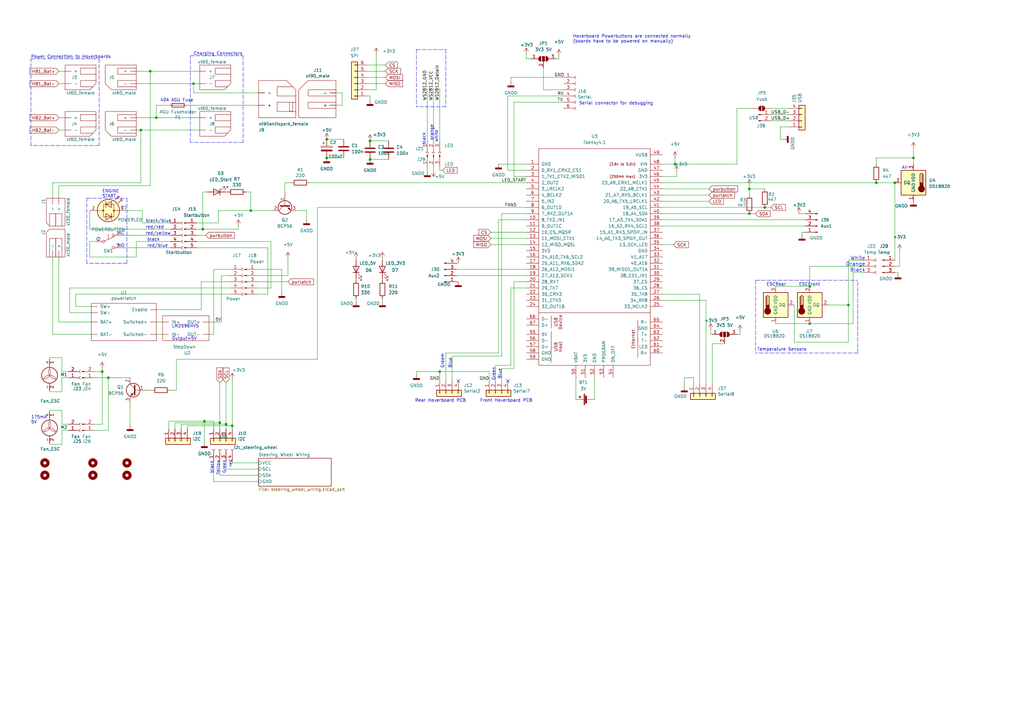
<source format=kicad_sch>
(kicad_sch
	(version 20231120)
	(generator "eeschema")
	(generator_version "8.0")
	(uuid "00e38d63-5436-49db-81f5-697421f168fc")
	(paper "A3")
	
	(junction
		(at 57.785 53.34)
		(diameter 0)
		(color 0 0 0 0)
		(uuid "051b8cb0-ae77-4e09-98a7-bf2103319e66")
	)
	(junction
		(at 41.91 152.4)
		(diameter 0)
		(color 0 0 0 0)
		(uuid "08d3dd73-6f4c-4fc2-8e37-f281b85fe0d4")
	)
	(junction
		(at 92.71 173.99)
		(diameter 0)
		(color 0 0 0 0)
		(uuid "0b10b5dd-1068-4091-bac0-79652863a01e")
	)
	(junction
		(at 79.375 34.29)
		(diameter 0)
		(color 0 0 0 0)
		(uuid "123968c6-74e7-4754-8c36-08ea08e42555")
	)
	(junction
		(at 367.03 74.93)
		(diameter 0)
		(color 0 0 0 0)
		(uuid "13c686e2-c0db-4808-91fc-09a512330a5d")
	)
	(junction
		(at 44.45 154.94)
		(diameter 0)
		(color 0 0 0 0)
		(uuid "17f40a5c-3441-49ae-8b83-88ce922d0e3d")
	)
	(junction
		(at 332.105 132.715)
		(diameter 0)
		(color 0 0 0 0)
		(uuid "1dcbe33f-cc83-406d-a028-85a460c31bac")
	)
	(junction
		(at 83.185 93.98)
		(diameter 0)
		(color 0 0 0 0)
		(uuid "2235841a-9c52-451a-9616-b84a520feeb5")
	)
	(junction
		(at 347.98 125.095)
		(diameter 0)
		(color 0 0 0 0)
		(uuid "30ff234b-df3a-42aa-bb37-f6ff7d49aec5")
	)
	(junction
		(at 180.34 152.4)
		(diameter 0)
		(color 0 0 0 0)
		(uuid "38f3170a-b54c-4011-af49-381b27b9e9bb")
	)
	(junction
		(at 151.765 57.785)
		(diameter 0)
		(color 0 0 0 0)
		(uuid "3a3e70b1-2cc8-4a66-89cd-35460ef8a407")
	)
	(junction
		(at 307.34 77.47)
		(diameter 0)
		(color 0 0 0 0)
		(uuid "491aa4a0-bd75-41a9-b432-7f6b372d01bf")
	)
	(junction
		(at 133.985 64.77)
		(diameter 0)
		(color 0 0 0 0)
		(uuid "5096b250-cff0-4068-b724-0f0e0414784d")
	)
	(junction
		(at 359.41 74.93)
		(diameter 0)
		(color 0 0 0 0)
		(uuid "61e65214-3ca1-4c81-a123-4b089368b63e")
	)
	(junction
		(at 313.69 85.09)
		(diameter 0)
		(color 0 0 0 0)
		(uuid "6718ba4d-08c9-4b14-9c3d-11686b888e41")
	)
	(junction
		(at 83.82 172.72)
		(diameter 0)
		(color 0 0 0 0)
		(uuid "69403c96-f918-448f-9931-0f743ebdeac3")
	)
	(junction
		(at 276.86 67.31)
		(diameter 0)
		(color 0 0 0 0)
		(uuid "6ee0cc52-61bb-4faa-b2c8-d972f1d2f606")
	)
	(junction
		(at 332.105 117.475)
		(diameter 0)
		(color 0 0 0 0)
		(uuid "6fb4cb96-e032-467f-b1ab-7c739561664d")
	)
	(junction
		(at 64.135 48.26)
		(diameter 0)
		(color 0 0 0 0)
		(uuid "79451892-db6b-4999-916d-6392174ee493")
	)
	(junction
		(at 133.985 57.15)
		(diameter 0)
		(color 0 0 0 0)
		(uuid "88d9f69e-d0e5-4bba-b2dc-36fd356eba4e")
	)
	(junction
		(at 102.87 86.36)
		(diameter 0)
		(color 0 0 0 0)
		(uuid "8e0c5536-8f0c-41c4-a920-c1fe2d0aeb28")
	)
	(junction
		(at 151.765 65.405)
		(diameter 0)
		(color 0 0 0 0)
		(uuid "9f171a87-ffde-46b1-b9bd-87ba6a6c823d")
	)
	(junction
		(at 95.25 174.625)
		(diameter 0)
		(color 0 0 0 0)
		(uuid "ae42da24-02f4-42e7-8f2c-3c1c04118f9b")
	)
	(junction
		(at 374.65 64.77)
		(diameter 0)
		(color 0 0 0 0)
		(uuid "afee429c-57d6-4a79-ae1a-86e58361ba9f")
	)
	(junction
		(at 307.34 87.63)
		(diameter 0)
		(color 0 0 0 0)
		(uuid "b0f0ff58-8e70-44ba-af15-fb73a5def2f9")
	)
	(junction
		(at 90.17 173.355)
		(diameter 0)
		(color 0 0 0 0)
		(uuid "e6bbf99a-2bfc-49bf-a0f1-56b03ff0b655")
	)
	(junction
		(at 61.595 29.21)
		(diameter 0)
		(color 0 0 0 0)
		(uuid "fad4c712-0a2e-465d-a9f8-83d26bd66e37")
	)
	(no_connect
		(at 208.28 156.21)
		(uuid "57276367-9ce4-4738-88d7-6e8cb94c966c")
	)
	(no_connect
		(at 187.96 156.21)
		(uuid "72b36951-3ec7-4569-9c88-cf9b4afe1cae")
	)
	(wire
		(pts
			(xy 66.675 132.08) (xy 64.135 132.08)
		)
		(stroke
			(width 0)
			(type default)
		)
		(uuid "009b5465-0a65-4237-93e7-eb65321eeb18")
	)
	(wire
		(pts
			(xy 209.55 118.11) (xy 215.9 118.11)
		)
		(stroke
			(width 0)
			(type default)
		)
		(uuid "012449ca-e035-4431-bba7-b7e11af64b21")
	)
	(wire
		(pts
			(xy 57.785 53.34) (xy 57.785 74.93)
		)
		(stroke
			(width 0)
			(type default)
		)
		(uuid "02538207-54a8-4266-8d51-23871852b2ff")
	)
	(wire
		(pts
			(xy 291.465 137.16) (xy 292.1 137.16)
		)
		(stroke
			(width 0)
			(type default)
		)
		(uuid "0337e135-f3b5-4e41-85e1-fcc7d4d06ef3")
	)
	(wire
		(pts
			(xy 151.765 65.405) (xy 159.385 65.405)
		)
		(stroke
			(width 0)
			(type default)
		)
		(uuid "046aff1b-63dd-4fa2-ad6b-a0c87f57f7dd")
	)
	(wire
		(pts
			(xy 140.335 43.18) (xy 137.795 43.18)
		)
		(stroke
			(width 0)
			(type default)
		)
		(uuid "04cf2f2c-74bf-400d-b4f6-201720df00ed")
	)
	(wire
		(pts
			(xy 180.34 69.85) (xy 180.34 68.58)
		)
		(stroke
			(width 0)
			(type default)
		)
		(uuid "07c85266-e742-45aa-9c3b-788d2e43ec5d")
	)
	(wire
		(pts
			(xy 64.135 43.18) (xy 64.135 48.26)
		)
		(stroke
			(width 0)
			(type default)
		)
		(uuid "083becc8-e25d-4206-9636-55457650bbe3")
	)
	(polyline
		(pts
			(xy 309.88 114.935) (xy 309.88 144.78)
		)
		(stroke
			(width 0)
			(type dash)
		)
		(uuid "09e06fde-36b0-4ab7-b996-d98c02ce3f76")
	)
	(wire
		(pts
			(xy 150.495 39.37) (xy 151.765 39.37)
		)
		(stroke
			(width 0)
			(type default)
		)
		(uuid "09ec5a1f-8168-4109-a329-ef099cef6d16")
	)
	(wire
		(pts
			(xy 83.82 172.72) (xy 69.215 172.72)
		)
		(stroke
			(width 0)
			(type default)
		)
		(uuid "0a177102-b386-476a-bb78-cfa41e5981d4")
	)
	(wire
		(pts
			(xy 133.985 64.77) (xy 140.97 64.77)
		)
		(stroke
			(width 0)
			(type default)
		)
		(uuid "0a265115-6c7a-45ab-97a3-c695e3ee67d2")
	)
	(polyline
		(pts
			(xy 12.7 59.69) (xy 12.7 24.13)
		)
		(stroke
			(width 0)
			(type dash)
		)
		(uuid "0b4c0f05-c855-4742-bad2-dbf645d5842b")
	)
	(wire
		(pts
			(xy 215.9 24.13) (xy 217.805 24.13)
		)
		(stroke
			(width 0)
			(type default)
		)
		(uuid "0b759eb5-2b5d-497b-bde5-ba020c43a39d")
	)
	(wire
		(pts
			(xy 271.78 67.31) (xy 276.86 67.31)
		)
		(stroke
			(width 0)
			(type default)
		)
		(uuid "0bf9b321-fb4d-49fd-9592-7ab5a99eb177")
	)
	(wire
		(pts
			(xy 90.17 156.845) (xy 90.17 173.355)
		)
		(stroke
			(width 0)
			(type default)
		)
		(uuid "0cc9bf07-55b9-458f-b8aa-41b2f51fa940")
	)
	(wire
		(pts
			(xy 92.71 156.845) (xy 92.71 173.99)
		)
		(stroke
			(width 0)
			(type default)
		)
		(uuid "0d5b0f48-7e11-42a1-aa49-31f1b69cb91d")
	)
	(wire
		(pts
			(xy 150.495 31.75) (xy 158.115 31.75)
		)
		(stroke
			(width 0)
			(type default)
		)
		(uuid "0e78b584-2869-48ac-b293-95bd208efc94")
	)
	(wire
		(pts
			(xy 31.115 120.65) (xy 31.115 125.73)
		)
		(stroke
			(width 0)
			(type default)
		)
		(uuid "0f6a1023-ed00-4bd6-afef-ff227538c5e3")
	)
	(wire
		(pts
			(xy 177.8 36.195) (xy 177.8 57.785)
		)
		(stroke
			(width 0)
			(type default)
		)
		(uuid "11274c77-8dea-42af-9338-4bcf2f325c89")
	)
	(wire
		(pts
			(xy 82.55 127) (xy 82.55 115.57)
		)
		(stroke
			(width 0)
			(type default)
		)
		(uuid "1136c54b-6feb-40f7-ae6a-0f9521f82981")
	)
	(wire
		(pts
			(xy 37.465 125.73) (xy 31.115 125.73)
		)
		(stroke
			(width 0)
			(type default)
		)
		(uuid "1199146e-a60b-416a-b503-e77d6d2892f9")
	)
	(wire
		(pts
			(xy 21.59 137.16) (xy 21.59 105.41)
		)
		(stroke
			(width 0)
			(type default)
		)
		(uuid "12a24e86-2c38-4685-bba9-fff8dddb4cb0")
	)
	(wire
		(pts
			(xy 26.67 53.34) (xy 24.13 53.34)
		)
		(stroke
			(width 0)
			(type default)
		)
		(uuid "12c8f4c9-cb79-4390-b96c-a717c693de17")
	)
	(wire
		(pts
			(xy 24.13 48.26) (xy 26.67 48.26)
		)
		(stroke
			(width 0)
			(type default)
		)
		(uuid "12f8e43c-8f83-48d3-a9b5-5f3ebc0b6c43")
	)
	(wire
		(pts
			(xy 349.885 111.76) (xy 354.33 111.76)
		)
		(stroke
			(width 0)
			(type default)
		)
		(uuid "13786dec-2489-4053-b561-88e4a3312eb2")
	)
	(wire
		(pts
			(xy 316.23 44.45) (xy 323.85 44.45)
		)
		(stroke
			(width 0)
			(type default)
		)
		(uuid "152f228d-6758-4b22-9827-c17006c80350")
	)
	(wire
		(pts
			(xy 20.32 146.685) (xy 25.4 146.685)
		)
		(stroke
			(width 0)
			(type default)
		)
		(uuid "1542b558-bfe7-4e44-b051-52e954f089c4")
	)
	(polyline
		(pts
			(xy 351.79 144.78) (xy 309.88 144.78)
		)
		(stroke
			(width 0)
			(type dash)
		)
		(uuid "1570d25c-8719-49ce-9fd6-6144a7fe414f")
	)
	(wire
		(pts
			(xy 243.84 154.94) (xy 243.84 163.83)
		)
		(stroke
			(width 0)
			(type default)
		)
		(uuid "171ac760-a511-466f-8910-fb69c68fa937")
	)
	(wire
		(pts
			(xy 61.595 29.21) (xy 61.595 76.2)
		)
		(stroke
			(width 0)
			(type default)
		)
		(uuid "17ed3508-fa2e-4593-a799-bfd39a6cc14d")
	)
	(wire
		(pts
			(xy 127 74.93) (xy 215.9 74.93)
		)
		(stroke
			(width 0)
			(type default)
		)
		(uuid "181e9518-7706-4189-a885-5e6e3aee3bb9")
	)
	(wire
		(pts
			(xy 83.185 93.98) (xy 83.185 78.74)
		)
		(stroke
			(width 0)
			(type default)
		)
		(uuid "1df9a412-b56c-4e84-b38b-6a4bc05a97be")
	)
	(wire
		(pts
			(xy 38.735 173.99) (xy 41.91 173.99)
		)
		(stroke
			(width 0)
			(type default)
		)
		(uuid "1e6a20ef-296c-4f96-9891-ff8455ce839d")
	)
	(wire
		(pts
			(xy 25.4 182.245) (xy 20.32 182.245)
		)
		(stroke
			(width 0)
			(type default)
		)
		(uuid "1f97d1e3-c5f6-4344-9fb6-6c723b7697fa")
	)
	(polyline
		(pts
			(xy 52.07 81.28) (xy 52.07 107.95)
		)
		(stroke
			(width 0)
			(type dash)
		)
		(uuid "1fbb0219-551e-409b-a61b-76e8cebdfb9d")
	)
	(wire
		(pts
			(xy 347.98 106.68) (xy 347.98 125.095)
		)
		(stroke
			(width 0)
			(type default)
		)
		(uuid "20c35e19-7499-4a32-968e-c106eec1aefe")
	)
	(wire
		(pts
			(xy 69.215 172.72) (xy 69.215 175.895)
		)
		(stroke
			(width 0)
			(type default)
		)
		(uuid "25531609-ada1-438f-9524-2d6b2aacec2a")
	)
	(wire
		(pts
			(xy 20.32 168.275) (xy 25.4 168.275)
		)
		(stroke
			(width 0)
			(type default)
		)
		(uuid "26301722-d82d-4669-b21f-04874a1fbca3")
	)
	(wire
		(pts
			(xy 146.05 106.045) (xy 146.05 106.68)
		)
		(stroke
			(width 0)
			(type default)
		)
		(uuid "26a5e061-05bb-41a8-bc7a-df1564b11e90")
	)
	(wire
		(pts
			(xy 130.175 85.09) (xy 215.9 85.09)
		)
		(stroke
			(width 0)
			(type default)
		)
		(uuid "2762442d-9432-4074-b79b-8eeab3eaf9a7")
	)
	(polyline
		(pts
			(xy 40.64 24.13) (xy 40.64 59.69)
		)
		(stroke
			(width 0)
			(type dash)
		)
		(uuid "282c8e53-3acc-42f0-a92a-6aa976b97a93")
	)
	(wire
		(pts
			(xy 137.795 38.1) (xy 140.335 38.1)
		)
		(stroke
			(width 0)
			(type default)
		)
		(uuid "2878a73c-5447-4cd9-8194-14f52ab9459c")
	)
	(wire
		(pts
			(xy 89.535 86.36) (xy 102.87 86.36)
		)
		(stroke
			(width 0)
			(type default)
		)
		(uuid "28e146f5-f85f-47b5-94b5-a67c33d23635")
	)
	(wire
		(pts
			(xy 154.305 36.83) (xy 150.495 36.83)
		)
		(stroke
			(width 0)
			(type default)
		)
		(uuid "2ba9fb94-a1fa-486c-8933-fbe2803c354e")
	)
	(wire
		(pts
			(xy 72.39 160.02) (xy 69.85 160.02)
		)
		(stroke
			(width 0)
			(type default)
		)
		(uuid "2d84a257-2801-4282-83f8-8a08920949d3")
	)
	(wire
		(pts
			(xy 87.63 197.485) (xy 106.045 197.485)
		)
		(stroke
			(width 0)
			(type default)
		)
		(uuid "2dedad72-81da-422a-b7ec-330645064577")
	)
	(wire
		(pts
			(xy 55.88 99.06) (xy 55.88 105.41)
		)
		(stroke
			(width 0)
			(type default)
		)
		(uuid "2fd044b6-377e-455f-89e0-f4f69a117f77")
	)
	(wire
		(pts
			(xy 154.305 22.225) (xy 154.305 36.83)
		)
		(stroke
			(width 0)
			(type default)
		)
		(uuid "3017e6b7-2d49-4427-9dc1-83cc27ee24a4")
	)
	(wire
		(pts
			(xy 180.34 152.4) (xy 180.34 156.21)
		)
		(stroke
			(width 0)
			(type default)
		)
		(uuid "30c33e3e-fb78-498d-bffe-76273d527004")
	)
	(wire
		(pts
			(xy 209.55 31.75) (xy 209.55 33.655)
		)
		(stroke
			(width 0)
			(type default)
		)
		(uuid "322a7fce-26c4-4bb5-ba5a-1688f26585cf")
	)
	(wire
		(pts
			(xy 20.32 168.91) (xy 20.32 168.275)
		)
		(stroke
			(width 0)
			(type default)
		)
		(uuid "33072d10-86aa-4a72-9898-01c2c9b5842e")
	)
	(wire
		(pts
			(xy 347.98 140.335) (xy 347.98 125.095)
		)
		(stroke
			(width 0)
			(type default)
		)
		(uuid "33aa439f-8f27-4c20-8909-3dc70d367c43")
	)
	(wire
		(pts
			(xy 332.105 132.715) (xy 349.885 132.715)
		)
		(stroke
			(width 0)
			(type default)
		)
		(uuid "33e2f234-7e68-4c90-b3d3-06c043b0935f")
	)
	(wire
		(pts
			(xy 27.94 176.53) (xy 25.4 176.53)
		)
		(stroke
			(width 0)
			(type default)
		)
		(uuid "34e399b2-48be-42f9-842e-e3b66c7c06bb")
	)
	(wire
		(pts
			(xy 209.55 149.86) (xy 203.2 149.86)
		)
		(stroke
			(width 0)
			(type default)
		)
		(uuid "34eb38bf-2fc7-4a28-893e-3d3609a85d23")
	)
	(wire
		(pts
			(xy 41.91 151.13) (xy 41.91 152.4)
		)
		(stroke
			(width 0)
			(type default)
		)
		(uuid "35a7735a-ee25-458f-bb48-cd448dcda5d3")
	)
	(wire
		(pts
			(xy 57.785 53.34) (xy 81.915 53.34)
		)
		(stroke
			(width 0)
			(type default)
		)
		(uuid "35c09d1f-2914-4d1e-a002-df30af772f3b")
	)
	(wire
		(pts
			(xy 24.13 76.2) (xy 24.13 81.28)
		)
		(stroke
			(width 0)
			(type default)
		)
		(uuid "35ef9c4a-35f6-467b-a704-b1d9354880cf")
	)
	(wire
		(pts
			(xy 205.74 156.21) (xy 205.74 151.13)
		)
		(stroke
			(width 0)
			(type default)
		)
		(uuid "36ecbda1-f753-44e8-9b94-b54819f7ef15")
	)
	(polyline
		(pts
			(xy 182.88 43.815) (xy 170.815 43.815)
		)
		(stroke
			(width 0)
			(type dash)
		)
		(uuid "374316c4-15a5-4072-bc2a-06291d270741")
	)
	(wire
		(pts
			(xy 316.23 49.53) (xy 323.85 49.53)
		)
		(stroke
			(width 0)
			(type default)
		)
		(uuid "377075d2-fda4-48bc-8c81-d9f88210845e")
	)
	(wire
		(pts
			(xy 25.4 154.94) (xy 25.4 160.655)
		)
		(stroke
			(width 0)
			(type default)
		)
		(uuid "39ae077c-5133-4896-9953-71244e980cb5")
	)
	(wire
		(pts
			(xy 354.33 106.68) (xy 347.98 106.68)
		)
		(stroke
			(width 0)
			(type default)
		)
		(uuid "3aa28a58-d2d7-4f0a-91cb-81d577d309f4")
	)
	(wire
		(pts
			(xy 38.735 154.94) (xy 44.45 154.94)
		)
		(stroke
			(width 0)
			(type default)
		)
		(uuid "3bc3df81-b30e-4a41-a38c-bca401c1fdb4")
	)
	(wire
		(pts
			(xy 94.615 120.65) (xy 31.115 120.65)
		)
		(stroke
			(width 0)
			(type default)
		)
		(uuid "3bdb6e74-df98-4382-9a1e-8b7b42de8b63")
	)
	(wire
		(pts
			(xy 24.13 132.08) (xy 37.465 132.08)
		)
		(stroke
			(width 0)
			(type default)
		)
		(uuid "3e0392c0-affc-4114-9de5-1f1cfe79418a")
	)
	(wire
		(pts
			(xy 76.835 43.18) (xy 106.045 43.18)
		)
		(stroke
			(width 0)
			(type default)
		)
		(uuid "3e3d55c8-e0ea-48fb-8421-a84b7cb7055b")
	)
	(wire
		(pts
			(xy 95.25 189.865) (xy 106.045 189.865)
		)
		(stroke
			(width 0)
			(type default)
		)
		(uuid "3e585ce6-ffe4-401c-995c-ba0fb6462563")
	)
	(wire
		(pts
			(xy 87.63 197.485) (xy 87.63 189.23)
		)
		(stroke
			(width 0)
			(type default)
		)
		(uuid "4063c2e6-8261-47a4-afbb-00437840fe26")
	)
	(wire
		(pts
			(xy 292.1 140.97) (xy 297.18 140.97)
		)
		(stroke
			(width 0)
			(type default)
		)
		(uuid "416b293b-f69f-4a4d-afb2-5ec85e49494d")
	)
	(wire
		(pts
			(xy 61.595 29.21) (xy 81.915 29.21)
		)
		(stroke
			(width 0)
			(type default)
		)
		(uuid "422b10b9-e829-44a2-8808-05edd8cb3050")
	)
	(wire
		(pts
			(xy 92.71 173.99) (xy 74.295 173.99)
		)
		(stroke
			(width 0)
			(type default)
		)
		(uuid "4254ab22-9d9b-4884-a1f8-0bb4242f8894")
	)
	(wire
		(pts
			(xy 276.86 67.31) (xy 276.86 64.77)
		)
		(stroke
			(width 0)
			(type default)
		)
		(uuid "44a31d09-65ce-45e2-98f9-0649161b54b4")
	)
	(wire
		(pts
			(xy 187.96 107.95) (xy 187.325 107.95)
		)
		(stroke
			(width 0)
			(type default)
		)
		(uuid "469e3ced-fa71-45f7-a6a0-be05c61f7b6e")
	)
	(wire
		(pts
			(xy 25.4 168.275) (xy 25.4 173.99)
		)
		(stroke
			(width 0)
			(type default)
		)
		(uuid "46fa1be4-d517-4eaf-a68b-dce661fc076c")
	)
	(wire
		(pts
			(xy 374.65 64.77) (xy 374.65 67.31)
		)
		(stroke
			(width 0)
			(type default)
		)
		(uuid "4750ed44-deca-47cb-a341-c12fc880787c")
	)
	(wire
		(pts
			(xy 79.375 38.1) (xy 79.375 34.29)
		)
		(stroke
			(width 0)
			(type default)
		)
		(uuid "475ed8b3-90bf-48cd-bce5-d8f48b689541")
	)
	(wire
		(pts
			(xy 323.85 52.07) (xy 320.04 52.07)
		)
		(stroke
			(width 0)
			(type default)
		)
		(uuid "47d5879e-6a79-429e-98ab-e86a71cb2a96")
	)
	(wire
		(pts
			(xy 156.845 114.3) (xy 156.845 114.935)
		)
		(stroke
			(width 0)
			(type default)
		)
		(uuid "489dbc75-626f-4f7d-a79e-4718b12503a5")
	)
	(polyline
		(pts
			(xy 309.88 114.935) (xy 351.79 114.935)
		)
		(stroke
			(width 0)
			(type dash)
		)
		(uuid "48e63767-c45b-4543-b818-8f00f0600bf9")
	)
	(wire
		(pts
			(xy 205.74 146.05) (xy 205.74 87.63)
		)
		(stroke
			(width 0)
			(type default)
		)
		(uuid "49df14a4-9231-4e0c-8be6-325780f5026d")
	)
	(wire
		(pts
			(xy 133.985 57.15) (xy 140.97 57.15)
		)
		(stroke
			(width 0)
			(type default)
		)
		(uuid "49efe05d-ee93-4a15-b852-734325ebf0af")
	)
	(wire
		(pts
			(xy 89.535 91.44) (xy 89.535 86.36)
		)
		(stroke
			(width 0)
			(type default)
		)
		(uuid "4abd83b2-2075-4fec-a627-5a1558b56d3f")
	)
	(wire
		(pts
			(xy 307.34 87.63) (xy 309.88 87.63)
		)
		(stroke
			(width 0)
			(type default)
		)
		(uuid "4bcbd014-3a02-4ae0-8600-940a4b84d1cb")
	)
	(wire
		(pts
			(xy 185.42 156.21) (xy 185.42 146.05)
		)
		(stroke
			(width 0)
			(type default)
		)
		(uuid "4c843bdb-6c9e-40dd-85e2-0567846e18ba")
	)
	(wire
		(pts
			(xy 307.34 77.47) (xy 307.34 80.01)
		)
		(stroke
			(width 0)
			(type default)
		)
		(uuid "4caf3f28-fdef-4bb6-9ef1-b05fcb6a9cc7")
	)
	(wire
		(pts
			(xy 368.935 102.87) (xy 368.935 109.22)
		)
		(stroke
			(width 0)
			(type default)
		)
		(uuid "4cd66851-08f4-4acb-9fff-9781de2b31d6")
	)
	(wire
		(pts
			(xy 332.105 109.22) (xy 332.105 117.475)
		)
		(stroke
			(width 0)
			(type default)
		)
		(uuid "4f7c7ee0-aecc-4a3e-93eb-625bf8325b8f")
	)
	(wire
		(pts
			(xy 83.185 93.98) (xy 97.79 93.98)
		)
		(stroke
			(width 0)
			(type default)
		)
		(uuid "50208326-4c3d-4fc0-b1bc-7c7f78e47333")
	)
	(wire
		(pts
			(xy 90.17 173.355) (xy 90.17 175.895)
		)
		(stroke
			(width 0)
			(type default)
		)
		(uuid "50511df0-cbe7-4439-9e9c-f26e04b637db")
	)
	(wire
		(pts
			(xy 303.53 135.89) (xy 303.53 137.16)
		)
		(stroke
			(width 0)
			(type default)
		)
		(uuid "51cd4b7a-f1e2-47b7-89da-e68317a010af")
	)
	(wire
		(pts
			(xy 271.78 100.33) (xy 276.225 100.33)
		)
		(stroke
			(width 0)
			(type default)
		)
		(uuid "52703b70-40ed-4524-896c-4f29b49e5f4c")
	)
	(wire
		(pts
			(xy 36.83 93.98) (xy 36.83 86.36)
		)
		(stroke
			(width 0)
			(type default)
		)
		(uuid "53e34696-241f-47e5-a477-f469335c8a61")
	)
	(wire
		(pts
			(xy 58.42 91.44) (xy 69.85 91.44)
		)
		(stroke
			(width 0)
			(type default)
		)
		(uuid "547eeec1-a95c-431b-95a4-2ff936d52170")
	)
	(wire
		(pts
			(xy 119.38 74.93) (xy 116.84 74.93)
		)
		(stroke
			(width 0)
			(type default)
		)
		(uuid "54dfed87-fbe5-47ab-b620-2d6ba5ea0bcb")
	)
	(wire
		(pts
			(xy 280.67 154.94) (xy 284.48 154.94)
		)
		(stroke
			(width 0)
			(type default)
		)
		(uuid "54ff2b74-a097-4453-8324-77a7f0da32d4")
	)
	(wire
		(pts
			(xy 359.41 64.77) (xy 359.41 67.31)
		)
		(stroke
			(width 0)
			(type default)
		)
		(uuid "55771e66-3424-4e65-8c80-ebe3458d7f65")
	)
	(wire
		(pts
			(xy 87.63 172.72) (xy 83.82 172.72)
		)
		(stroke
			(width 0)
			(type default)
		)
		(uuid "55c7ef39-b251-4a11-94d4-60a109929c6f")
	)
	(wire
		(pts
			(xy 271.78 120.65) (xy 287.02 120.65)
		)
		(stroke
			(width 0)
			(type default)
		)
		(uuid "562f5eba-e575-42fa-917e-5433ec2c0cbc")
	)
	(wire
		(pts
			(xy 105.41 118.11) (xy 111.125 118.11)
		)
		(stroke
			(width 0)
			(type default)
		)
		(uuid "56e486f5-556e-4d8e-a75a-487ed98d2e59")
	)
	(wire
		(pts
			(xy 200.66 152.4) (xy 200.66 156.21)
		)
		(stroke
			(width 0)
			(type default)
		)
		(uuid "58d71c09-ba53-43d7-9fc9-7054806963d2")
	)
	(wire
		(pts
			(xy 177.8 68.58) (xy 177.8 69.85)
		)
		(stroke
			(width 0)
			(type default)
		)
		(uuid "58dfd4b5-1213-4f4d-8f38-79c6f352f825")
	)
	(wire
		(pts
			(xy 36.83 99.06) (xy 36.83 105.41)
		)
		(stroke
			(width 0)
			(type default)
		)
		(uuid "58e8a243-dbf1-46ec-a9ca-62db6c046a4b")
	)
	(polyline
		(pts
			(xy 182.88 20.32) (xy 182.88 43.815)
		)
		(stroke
			(width 0)
			(type dash)
		)
		(uuid "59066bb7-c104-449a-a331-bd2de5193eeb")
	)
	(wire
		(pts
			(xy 284.48 154.94) (xy 284.48 157.48)
		)
		(stroke
			(width 0)
			(type default)
		)
		(uuid "599e77ee-1933-4be7-bc86-05c7e9cc20c6")
	)
	(wire
		(pts
			(xy 94.615 118.11) (xy 28.575 118.11)
		)
		(stroke
			(width 0)
			(type default)
		)
		(uuid "5a040418-8644-4cf8-9de0-ba3624649e9e")
	)
	(wire
		(pts
			(xy 116.84 74.93) (xy 116.84 78.74)
		)
		(stroke
			(width 0)
			(type default)
		)
		(uuid "5a1c01fb-cf82-4e17-9a62-00e0a3adba47")
	)
	(wire
		(pts
			(xy 94.615 113.03) (xy 90.805 113.03)
		)
		(stroke
			(width 0)
			(type default)
		)
		(uuid "5b15d041-2d51-4c90-8164-397806011835")
	)
	(wire
		(pts
			(xy 187.96 115.57) (xy 187.325 115.57)
		)
		(stroke
			(width 0)
			(type default)
		)
		(uuid "5b7729b0-f65f-4a87-acb8-ccc12b4f51f9")
	)
	(wire
		(pts
			(xy 95.25 174.625) (xy 95.25 175.895)
		)
		(stroke
			(width 0)
			(type default)
		)
		(uuid "5c3c20ac-7d6a-4a6a-8d79-b176608d957f")
	)
	(wire
		(pts
			(xy 339.725 125.095) (xy 347.98 125.095)
		)
		(stroke
			(width 0)
			(type default)
		)
		(uuid "5d0d6a13-8484-4646-bacd-2fbc9cb5413d")
	)
	(wire
		(pts
			(xy 76.835 175.895) (xy 76.835 174.625)
		)
		(stroke
			(width 0)
			(type default)
		)
		(uuid "5dba2df1-c0a7-451c-ad63-7260d7b1f5a8")
	)
	(wire
		(pts
			(xy 307.34 76.2) (xy 307.34 77.47)
		)
		(stroke
			(width 0)
			(type default)
		)
		(uuid "5e5022ae-f20b-4479-bb40-28803eeea8c2")
	)
	(wire
		(pts
			(xy 55.88 29.21) (xy 61.595 29.21)
		)
		(stroke
			(width 0)
			(type default)
		)
		(uuid "5f312b85-6822-40a3-b417-2df49696ca2d")
	)
	(wire
		(pts
			(xy 24.13 29.21) (xy 26.67 29.21)
		)
		(stroke
			(width 0)
			(type default)
		)
		(uuid "5f38bdb2-3657-474e-8e86-d6bb0b298110")
	)
	(wire
		(pts
			(xy 74.295 173.99) (xy 74.295 175.895)
		)
		(stroke
			(width 0)
			(type default)
		)
		(uuid "6064ea35-013e-4b86-a6c4-39586d23a64c")
	)
	(wire
		(pts
			(xy 209.55 31.75) (xy 231.14 31.75)
		)
		(stroke
			(width 0)
			(type default)
		)
		(uuid "6202b522-e646-49af-83e4-b5d7844d80bd")
	)
	(wire
		(pts
			(xy 25.4 146.685) (xy 25.4 152.4)
		)
		(stroke
			(width 0)
			(type default)
		)
		(uuid "62880b37-7f4d-4027-be35-87ea11b9bfce")
	)
	(wire
		(pts
			(xy 115.57 120.015) (xy 115.57 110.49)
		)
		(stroke
			(width 0)
			(type default)
		)
		(uuid "62a6d334-f451-48c1-bbb3-2e2aacab4352")
	)
	(wire
		(pts
			(xy 25.4 173.99) (xy 27.94 173.99)
		)
		(stroke
			(width 0)
			(type default)
		)
		(uuid "62c26a31-4bf5-4a49-846e-2a9deae7bdd9")
	)
	(wire
		(pts
			(xy 208.28 69.85) (xy 208.28 39.37)
		)
		(stroke
			(width 0)
			(type default)
		)
		(uuid "63884a0c-3153-4b16-b576-b3d0570549ad")
	)
	(wire
		(pts
			(xy 130.175 85.09) (xy 130.175 147.32)
		)
		(stroke
			(width 0)
			(type default)
		)
		(uuid "649506bc-e737-4d40-826c-c9ae6cf7999f")
	)
	(wire
		(pts
			(xy 204.47 90.17) (xy 204.47 144.78)
		)
		(stroke
			(width 0)
			(type default)
		)
		(uuid "64a82c13-23a0-425e-9d2f-c51801b5f76e")
	)
	(wire
		(pts
			(xy 37.465 137.16) (xy 21.59 137.16)
		)
		(stroke
			(width 0)
			(type default)
		)
		(uuid "6513181c-0a6a-4560-9a18-17450c36ae2a")
	)
	(wire
		(pts
			(xy 38.735 176.53) (xy 44.45 176.53)
		)
		(stroke
			(width 0)
			(type default)
		)
		(uuid "655a4dd6-df89-48f2-a803-643990d058bd")
	)
	(wire
		(pts
			(xy 208.28 39.37) (xy 231.14 39.37)
		)
		(stroke
			(width 0)
			(type default)
		)
		(uuid "65b9a046-bb8f-42cd-b846-d3362b0ef51f")
	)
	(wire
		(pts
			(xy 83.185 78.74) (xy 85.09 78.74)
		)
		(stroke
			(width 0)
			(type default)
		)
		(uuid "663cc588-2ea2-4d16-b91f-ff54db2ba726")
	)
	(wire
		(pts
			(xy 170.815 152.4) (xy 180.34 152.4)
		)
		(stroke
			(width 0)
			(type default)
		)
		(uuid "68422ffc-83e4-42e5-b1dc-f3b10be98daf")
	)
	(polyline
		(pts
			(xy 170.815 20.32) (xy 182.88 20.32)
		)
		(stroke
			(width 0)
			(type dash)
		)
		(uuid "6994715a-fbff-431c-b736-e87cb0a095c3")
	)
	(wire
		(pts
			(xy 187.325 113.03) (xy 215.9 113.03)
		)
		(stroke
			(width 0)
			(type default)
		)
		(uuid "6ac108b8-87ca-4878-86f3-b3931e823252")
	)
	(wire
		(pts
			(xy 151.765 39.37) (xy 151.765 41.275)
		)
		(stroke
			(width 0)
			(type default)
		)
		(uuid "6bb2c937-e8ff-43d0-9b06-456594eb25e9")
	)
	(wire
		(pts
			(xy 36.83 99.06) (xy 39.37 99.06)
		)
		(stroke
			(width 0)
			(type default)
		)
		(uuid "6bd115d6-07e0-45db-8f2e-3cbb0429104f")
	)
	(wire
		(pts
			(xy 125.73 86.36) (xy 125.73 90.17)
		)
		(stroke
			(width 0)
			(type default)
		)
		(uuid "6cb93665-0bcd-4104-8633-fffd1811eee0")
	)
	(wire
		(pts
			(xy 204.47 67.31) (xy 215.9 67.31)
		)
		(stroke
			(width 0)
			(type default)
		)
		(uuid "6d660d44-2237-493b-a881-7e0ebb385c2c")
	)
	(wire
		(pts
			(xy 115.57 110.49) (xy 105.41 110.49)
		)
		(stroke
			(width 0)
			(type default)
		)
		(uuid "6fb78646-375d-4e04-bdf3-192bdf9fa3e4")
	)
	(wire
		(pts
			(xy 182.88 156.21) (xy 182.88 144.78)
		)
		(stroke
			(width 0)
			(type default)
		)
		(uuid "6ffdf05e-e119-49f9-85e9-13e4901df42a")
	)
	(wire
		(pts
			(xy 20.32 160.655) (xy 20.32 160.02)
		)
		(stroke
			(width 0)
			(type default)
		)
		(uuid "707520b4-cacf-45dc-bb64-b15608f9208f")
	)
	(wire
		(pts
			(xy 38.735 152.4) (xy 41.91 152.4)
		)
		(stroke
			(width 0)
			(type default)
		)
		(uuid "716ce140-e601-44e8-935e-856b42be6077")
	)
	(wire
		(pts
			(xy 69.215 43.18) (xy 64.135 43.18)
		)
		(stroke
			(width 0)
			(type default)
		)
		(uuid "725cdf26-4b92-46db-bca9-10d930002dda")
	)
	(wire
		(pts
			(xy 80.645 101.6) (xy 109.855 101.6)
		)
		(stroke
			(width 0)
			(type default)
		)
		(uuid "72c5b5dc-7d0c-4e1d-aa45-7f2d6eeb3e27")
	)
	(wire
		(pts
			(xy 95.25 189.865) (xy 95.25 189.23)
		)
		(stroke
			(width 0)
			(type default)
		)
		(uuid "72c703a9-f76e-4ccd-a5d4-19a0d1bf59d1")
	)
	(wire
		(pts
			(xy 302.26 44.45) (xy 308.61 44.45)
		)
		(stroke
			(width 0)
			(type default)
		)
		(uuid "74c350c0-100b-4dac-8ae6-b766abd67e3e")
	)
	(wire
		(pts
			(xy 271.78 123.19) (xy 289.56 123.19)
		)
		(stroke
			(width 0)
			(type default)
		)
		(uuid "7501aef6-0880-4f4f-9852-dee6a9141968")
	)
	(wire
		(pts
			(xy 277.495 72.39) (xy 277.495 70.485)
		)
		(stroke
			(width 0)
			(type default)
		)
		(uuid "76be6751-4c3d-40e9-9d65-cc3fe679deae")
	)
	(wire
		(pts
			(xy 325.755 125.095) (xy 325.755 140.335)
		)
		(stroke
			(width 0)
			(type default)
		)
		(uuid "76dfc600-0790-43a0-9bc4-d0e98f5de9c1")
	)
	(wire
		(pts
			(xy 20.32 160.655) (xy 25.4 160.655)
		)
		(stroke
			(width 0)
			(type default)
		)
		(uuid "782ab777-440f-4045-a4c0-f73ddee70716")
	)
	(wire
		(pts
			(xy 118.11 113.03) (xy 105.41 113.03)
		)
		(stroke
			(width 0)
			(type default)
		)
		(uuid "78fc26a2-c6aa-4020-b71c-d7cbb33d50cf")
	)
	(wire
		(pts
			(xy 303.53 137.16) (xy 302.26 137.16)
		)
		(stroke
			(width 0)
			(type default)
		)
		(uuid "7a7681c1-80a0-4782-a422-ecbc063d0c5c")
	)
	(wire
		(pts
			(xy 64.135 48.26) (xy 81.915 48.26)
		)
		(stroke
			(width 0)
			(type default)
		)
		(uuid "7acd513a-187b-4936-9f93-2e521ce33ad5")
	)
	(wire
		(pts
			(xy 316.23 46.99) (xy 323.85 46.99)
		)
		(stroke
			(width 0)
			(type default)
		)
		(uuid "7b3ce65f-b1f1-4187-ba26-1cff437f4e77")
	)
	(polyline
		(pts
			(xy 52.07 107.95) (xy 35.56 107.95)
		)
		(stroke
			(width 0)
			(type dash)
		)
		(uuid "7bfba61b-6752-4a45-9ee6-5984dcb15041")
	)
	(wire
		(pts
			(xy 271.78 80.01) (xy 290.83 80.01)
		)
		(stroke
			(width 0)
			(type default)
		)
		(uuid "7c68dd7b-de2e-4c68-81f3-c59c3a9eb36f")
	)
	(wire
		(pts
			(xy 320.04 52.07) (xy 320.04 57.15)
		)
		(stroke
			(width 0)
			(type default)
		)
		(uuid "7d0e32da-cc71-4968-9f7c-259831a01a02")
	)
	(wire
		(pts
			(xy 82.55 115.57) (xy 94.615 115.57)
		)
		(stroke
			(width 0)
			(type default)
		)
		(uuid "7dfa12dd-0cd0-4759-964c-4ba3aef8bb58")
	)
	(wire
		(pts
			(xy 175.26 68.58) (xy 175.26 70.485)
		)
		(stroke
			(width 0)
			(type default)
		)
		(uuid "7f1579b0-7b58-4eea-a427-d38d2582d3aa")
	)
	(wire
		(pts
			(xy 60.96 160.02) (xy 62.23 160.02)
		)
		(stroke
			(width 0)
			(type default)
		)
		(uuid "7f664a3c-9748-45a7-a189-4712ada62fe7")
	)
	(wire
		(pts
			(xy 368.3 111.76) (xy 368.3 112.395)
		)
		(stroke
			(width 0)
			(type default)
		)
		(uuid "805ad2cb-4a29-45da-a322-1f9825134f56")
	)
	(wire
		(pts
			(xy 151.765 57.785) (xy 159.385 57.785)
		)
		(stroke
			(width 0)
			(type default)
		)
		(uuid "80d27706-07bd-45c6-badc-c478b2600e5a")
	)
	(wire
		(pts
			(xy 90.805 113.03) (xy 90.805 132.08)
		)
		(stroke
			(width 0)
			(type default)
		)
		(uuid "823c34d4-e27b-470a-9b98-977c836aa764")
	)
	(polyline
		(pts
			(xy 40.64 59.69) (xy 12.7 59.69)
		)
		(stroke
			(width 0)
			(type dash)
		)
		(uuid "83c5181e-f5ee-453c-ae5c-d7256ba8837d")
	)
	(wire
		(pts
			(xy 215.9 24.13) (xy 215.9 22.225)
		)
		(stroke
			(width 0)
			(type default)
		)
		(uuid "85397c49-60fc-4fe1-a5a2-91b58f38b021")
	)
	(wire
		(pts
			(xy 105.41 115.57) (xy 118.11 115.57)
		)
		(stroke
			(width 0)
			(type default)
		)
		(uuid "876a971d-a619-4c29-9c92-451633658845")
	)
	(wire
		(pts
			(xy 53.34 165.1) (xy 53.34 174.625)
		)
		(stroke
			(width 0)
			(type default)
		)
		(uuid "885d043f-b4c9-4eb2-820d-d417cb4bc866")
	)
	(polyline
		(pts
			(xy 78.105 22.86) (xy 99.695 22.86)
		)
		(stroke
			(width 0)
			(type dash)
		)
		(uuid "888fd7cb-2fc6-480c-bcfa-0b71303087d3")
	)
	(wire
		(pts
			(xy 71.755 173.355) (xy 90.17 173.355)
		)
		(stroke
			(width 0)
			(type default)
		)
		(uuid "89607785-50a6-412e-9773-1e085f5b77fa")
	)
	(wire
		(pts
			(xy 36.83 93.98) (xy 69.85 93.98)
		)
		(stroke
			(width 0)
			(type default)
		)
		(uuid "8aeae536-fd36-430e-be47-1a856eced2fc")
	)
	(wire
		(pts
			(xy 87.63 110.49) (xy 94.615 110.49)
		)
		(stroke
			(width 0)
			(type default)
		)
		(uuid "8b61a8d2-0056-4f41-829d-4d87fa944b28")
	)
	(wire
		(pts
			(xy 276.86 67.31) (xy 302.26 67.31)
		)
		(stroke
			(width 0)
			(type default)
		)
		(uuid "8b999132-a2e4-4622-b804-ffab57554830")
	)
	(wire
		(pts
			(xy 28.575 118.11) (xy 28.575 128.27)
		)
		(stroke
			(width 0)
			(type default)
		)
		(uuid "8b99dc7a-2e02-445b-a6cf-b55663646f65")
	)
	(wire
		(pts
			(xy 20.32 182.245) (xy 20.32 181.61)
		)
		(stroke
			(width 0)
			(type default)
		)
		(uuid "8ba5a9f6-538a-40bf-9f77-39b12aa2f0db")
	)
	(wire
		(pts
			(xy 71.755 175.895) (xy 71.755 173.355)
		)
		(stroke
			(width 0)
			(type default)
		)
		(uuid "8d023456-8ad9-4f7e-897d-e73ffdb4933e")
	)
	(wire
		(pts
			(xy 55.88 48.26) (xy 64.135 48.26)
		)
		(stroke
			(width 0)
			(type default)
		)
		(uuid "8e295ed4-82cb-4d9f-8888-7ad2dd4d5129")
	)
	(wire
		(pts
			(xy 302.26 67.31) (xy 302.26 44.45)
		)
		(stroke
			(width 0)
			(type default)
		)
		(uuid "8f0dceea-1536-40a3-9ffd-0b7020c807c2")
	)
	(wire
		(pts
			(xy 201.295 100.33) (xy 215.9 100.33)
		)
		(stroke
			(width 0)
			(type default)
		)
		(uuid "8fc70b4f-097d-4e7c-884a-480aee6a97f2")
	)
	(wire
		(pts
			(xy 90.17 194.945) (xy 90.17 189.23)
		)
		(stroke
			(width 0)
			(type default)
		)
		(uuid "9003502a-4f22-4d6b-8dad-6d2841ec098a")
	)
	(wire
		(pts
			(xy 222.885 27.94) (xy 222.885 36.83)
		)
		(stroke
			(width 0)
			(type default)
		)
		(uuid "90e4b67e-0a6e-42bc-93bf-45939b80c9b6")
	)
	(wire
		(pts
			(xy 318.135 132.715) (xy 332.105 132.715)
		)
		(stroke
			(width 0)
			(type default)
		)
		(uuid "934617ba-f1d2-4fc0-b39f-da9adea05461")
	)
	(wire
		(pts
			(xy 118.11 106.045) (xy 118.11 113.03)
		)
		(stroke
			(width 0)
			(type default)
		)
		(uuid "940380cb-8cf9-45b8-b600-7d8ce8a785d6")
	)
	(wire
		(pts
			(xy 140.335 38.1) (xy 140.335 43.18)
		)
		(stroke
			(width 0)
			(type default)
		)
		(uuid "955cc99e-a129-42cf-abc7-aa99813fdb5f")
	)
	(wire
		(pts
			(xy 156.845 122.555) (xy 156.845 123.825)
		)
		(stroke
			(width 0)
			(type default)
		)
		(uuid "957e24b2-957a-4613-8205-73cc52b7059b")
	)
	(wire
		(pts
			(xy 374.65 64.77) (xy 359.41 64.77)
		)
		(stroke
			(width 0)
			(type default)
		)
		(uuid "95d9cfcc-b359-447c-a823-b388142fca21")
	)
	(wire
		(pts
			(xy 229.235 22.86) (xy 229.235 24.13)
		)
		(stroke
			(width 0)
			(type default)
		)
		(uuid "95e06b65-459a-4ab7-a258-2019fd7c750c")
	)
	(wire
		(pts
			(xy 180.34 57.785) (xy 180.34 36.195)
		)
		(stroke
			(width 0)
			(type default)
		)
		(uuid "962cc689-6c3f-4789-be43-adc84250ba02")
	)
	(wire
		(pts
			(xy 55.88 99.06) (xy 69.85 99.06)
		)
		(stroke
			(width 0)
			(type default)
		)
		(uuid "973c2694-75a7-49b1-b02c-677cd56f102c")
	)
	(wire
		(pts
			(xy 21.59 74.93) (xy 57.785 74.93)
		)
		(stroke
			(width 0)
			(type default)
		)
		(uuid "974c48bf-534e-4335-98e1-b0426c783e99")
	)
	(wire
		(pts
			(xy 204.47 90.17) (xy 215.9 90.17)
		)
		(stroke
			(width 0)
			(type default)
		)
		(uuid "97d4bd7c-6643-4603-b3c2-b1bae286a23d")
	)
	(wire
		(pts
			(xy 64.135 127) (xy 82.55 127)
		)
		(stroke
			(width 0)
			(type default)
		)
		(uuid "98b00c9d-9188-4bce-aa70-92d12dd9cf82")
	)
	(wire
		(pts
			(xy 92.71 192.405) (xy 106.045 192.405)
		)
		(stroke
			(width 0)
			(type default)
		)
		(uuid "98c9f3be-ac61-41f9-8638-0273964c52ba")
	)
	(wire
		(pts
			(xy 55.88 53.34) (xy 57.785 53.34)
		)
		(stroke
			(width 0)
			(type default)
		)
		(uuid "99186658-0361-40ba-ae93-62f23c5622e6")
	)
	(polyline
		(pts
			(xy 35.56 81.28) (xy 52.07 81.28)
		)
		(stroke
			(width 0)
			(type dash)
		)
		(uuid "99332785-d9f1-4363-9377-26ddc18e6d2c")
	)
	(wire
		(pts
			(xy 204.47 144.78) (xy 182.88 144.78)
		)
		(stroke
			(width 0)
			(type default)
		)
		(uuid "99837fd0-a0a4-4343-8445-986091adde32")
	)
	(wire
		(pts
			(xy 97.79 93.98) (xy 97.79 92.71)
		)
		(stroke
			(width 0)
			(type default)
		)
		(uuid "9992e006-0501-402a-9275-a5a0d8af71f1")
	)
	(polyline
		(pts
			(xy 35.56 107.95) (xy 35.56 81.28)
		)
		(stroke
			(width 0)
			(type dash)
		)
		(uuid "99dfa524-0366-4808-b4e8-328fc38e8656")
	)
	(wire
		(pts
			(xy 185.42 146.05) (xy 205.74 146.05)
		)
		(stroke
			(width 0)
			(type default)
		)
		(uuid "9a970ac1-63cf-40d6-bc9a-be6411b01438")
	)
	(wire
		(pts
			(xy 201.295 97.79) (xy 215.9 97.79)
		)
		(stroke
			(width 0)
			(type default)
		)
		(uuid "9bd0c4e4-40be-4a0c-9264-b93d771e6713")
	)
	(wire
		(pts
			(xy 327.66 87.63) (xy 330.2 87.63)
		)
		(stroke
			(width 0)
			(type default)
		)
		(uuid "9dbe7454-256d-40a9-a303-9e9f6a7b5591")
	)
	(wire
		(pts
			(xy 20.32 147.32) (xy 20.32 146.685)
		)
		(stroke
			(width 0)
			(type default)
		)
		(uuid "9ed2e82a-459f-49e0-a3a3-7e6e749f942c")
	)
	(wire
		(pts
			(xy 72.39 147.32) (xy 72.39 160.02)
		)
		(stroke
			(width 0)
			(type default)
		)
		(uuid "a1d929f8-3a0d-4870-a15e-1c1a86c261e8")
	)
	(wire
		(pts
			(xy 271.78 87.63) (xy 307.34 87.63)
		)
		(stroke
			(width 0)
			(type default)
		)
		(uuid "a25905ad-1f60-4f19-8afe-c32cc732ab85")
	)
	(wire
		(pts
			(xy 291.465 137.16) (xy 291.465 135.255)
		)
		(stroke
			(width 0)
			(type default)
		)
		(uuid "a298c38e-6846-4ae6-86ea-56836208bfc9")
	)
	(wire
		(pts
			(xy 181.61 69.85) (xy 180.34 69.85)
		)
		(stroke
			(width 0)
			(type default)
		)
		(uuid "a6dc0a16-c4bc-47d6-97c5-ab70f9723db8")
	)
	(polyline
		(pts
			(xy 99.695 22.86) (xy 99.695 58.42)
		)
		(stroke
			(width 0)
			(type dash)
		)
		(uuid "a92f3b72-ed6d-4d99-9da6-35771bec3c77")
	)
	(wire
		(pts
			(xy 76.835 174.625) (xy 95.25 174.625)
		)
		(stroke
			(width 0)
			(type default)
		)
		(uuid "a9ca165e-67b7-4a4f-a54c-ac2675edd3b2")
	)
	(wire
		(pts
			(xy 66.675 137.16) (xy 64.135 137.16)
		)
		(stroke
			(width 0)
			(type default)
		)
		(uuid "aa130053-a451-4f12-97f7-3d4d891a5f83")
	)
	(polyline
		(pts
			(xy 99.695 58.42) (xy 78.105 58.42)
		)
		(stroke
			(width 0)
			(type dash)
		)
		(uuid "aa1c6f47-cbd4-4cbd-8265-e5ac08b7ffc8")
	)
	(wire
		(pts
			(xy 150.495 26.67) (xy 158.115 26.67)
		)
		(stroke
			(width 0)
			(type default)
		)
		(uuid "ab0f8664-d5a3-4b53-8cc3-378b631c9ad2")
	)
	(wire
		(pts
			(xy 205.74 151.13) (xy 210.82 151.13)
		)
		(stroke
			(width 0)
			(type default)
		)
		(uuid "ab3e774c-f756-4eab-91e4-0fb38bf6548e")
	)
	(wire
		(pts
			(xy 44.45 176.53) (xy 44.45 154.94)
		)
		(stroke
			(width 0)
			(type default)
		)
		(uuid "ab9204f6-3305-4fe4-b4ac-f575a6713586")
	)
	(wire
		(pts
			(xy 92.71 189.23) (xy 92.71 192.405)
		)
		(stroke
			(width 0)
			(type default)
		)
		(uuid "ad02ce9d-52f6-4a93-a2ca-26261822f8a6")
	)
	(wire
		(pts
			(xy 28.575 128.27) (xy 37.465 128.27)
		)
		(stroke
			(width 0)
			(type default)
		)
		(uuid "adefd5fd-1346-4fc3-a57d-6354539839d7")
	)
	(wire
		(pts
			(xy 271.78 72.39) (xy 277.495 72.39)
		)
		(stroke
			(width 0)
			(type default)
		)
		(uuid "ae5d5523-805c-48bb-b5ad-4ef1f6c5b85b")
	)
	(wire
		(pts
			(xy 367.03 74.93) (xy 367.03 106.68)
		)
		(stroke
			(width 0)
			(type default)
		)
		(uuid "aec85373-d95b-46d6-be40-47468059dc5d")
	)
	(wire
		(pts
			(xy 209.55 118.11) (xy 209.55 149.86)
		)
		(stroke
			(width 0)
			(type default)
		)
		(uuid "aef26e6f-af89-4921-94c7-a47b7e960999")
	)
	(wire
		(pts
			(xy 271.78 74.93) (xy 359.41 74.93)
		)
		(stroke
			(width 0)
			(type default)
		)
		(uuid "af4c7f44-cdac-4a2f-ab12-8376cbcec565")
	)
	(wire
		(pts
			(xy 41.91 152.4) (xy 41.91 173.99)
		)
		(stroke
			(width 0)
			(type default)
		)
		(uuid "b0660e11-ddb6-4a62-be7e-ad208b979ad4")
	)
	(wire
		(pts
			(xy 170.815 152.4) (xy 170.815 153.67)
		)
		(stroke
			(width 0)
			(type default)
		)
		(uuid "b0662d8d-790a-4837-b04c-d8dff48e41b3")
	)
	(wire
		(pts
			(xy 150.495 29.21) (xy 158.115 29.21)
		)
		(stroke
			(width 0)
			(type default)
		)
		(uuid "b16abbd0-e4cb-40d4-98e5-66d17adc4be4")
	)
	(wire
		(pts
			(xy 271.78 85.09) (xy 313.69 85.09)
		)
		(stroke
			(width 0)
			(type default)
		)
		(uuid "b196c6dc-9ac6-409d-b9ed-a1744d994928")
	)
	(wire
		(pts
			(xy 271.78 77.47) (xy 290.83 77.47)
		)
		(stroke
			(width 0)
			(type default)
		)
		(uuid "b1aa98de-3e09-49f3-868e-62829d44573f")
	)
	(wire
		(pts
			(xy 80.645 91.44) (xy 89.535 91.44)
		)
		(stroke
			(width 0)
			(type default)
		)
		(uuid "b1eb6044-90f9-45c4-bcd7-fc6d92ca931d")
	)
	(wire
		(pts
			(xy 205.74 87.63) (xy 215.9 87.63)
		)
		(stroke
			(width 0)
			(type default)
		)
		(uuid "b23a90d7-0eef-4634-bff4-9b03893fd177")
	)
	(wire
		(pts
			(xy 210.82 41.91) (xy 210.82 72.39)
		)
		(stroke
			(width 0)
			(type default)
		)
		(uuid "b2c14d5a-b0fd-41f3-b660-f8ce92051c01")
	)
	(wire
		(pts
			(xy 146.05 122.555) (xy 146.05 123.825)
		)
		(stroke
			(width 0)
			(type default)
		)
		(uuid "b3498b90-19d1-4b63-8749-26e7bf0b1250")
	)
	(wire
		(pts
			(xy 90.17 194.945) (xy 106.045 194.945)
		)
		(stroke
			(width 0)
			(type default)
		)
		(uuid "b53b4613-8da0-4af1-8943-71affd67a801")
	)
	(wire
		(pts
			(xy 27.94 154.94) (xy 25.4 154.94)
		)
		(stroke
			(width 0)
			(type default)
		)
		(uuid "b571e1d8-c5c1-48ac-a7e3-34664a01c974")
	)
	(wire
		(pts
			(xy 25.4 176.53) (xy 25.4 182.245)
		)
		(stroke
			(width 0)
			(type default)
		)
		(uuid "b5832e4b-a173-48c4-82da-e9ad0e071629")
	)
	(wire
		(pts
			(xy 280.67 158.75) (xy 280.67 154.94)
		)
		(stroke
			(width 0)
			(type default)
		)
		(uuid "b65f281b-b0b6-4190-9f5a-5202144a74cc")
	)
	(wire
		(pts
			(xy 80.645 93.98) (xy 83.185 93.98)
		)
		(stroke
			(width 0)
			(type default)
		)
		(uuid "b7e38b71-6d85-4ad8-86ce-f4ab1ba6f773")
	)
	(wire
		(pts
			(xy 210.82 115.57) (xy 210.82 151.13)
		)
		(stroke
			(width 0)
			(type default)
		)
		(uuid "b8050320-f0d7-403a-a922-edd34977ea78")
	)
	(wire
		(pts
			(xy 271.78 92.71) (xy 330.2 92.71)
		)
		(stroke
			(width 0)
			(type default)
		)
		(uuid "b917b0c8-3823-48b8-98b8-1c837612a10b")
	)
	(wire
		(pts
			(xy 349.885 132.715) (xy 349.885 111.76)
		)
		(stroke
			(width 0)
			(type default)
		)
		(uuid "b928e2b5-5098-438e-85fc-c41bb04cf4c8")
	)
	(wire
		(pts
			(xy 130.175 147.32) (xy 72.39 147.32)
		)
		(stroke
			(width 0)
			(type default)
		)
		(uuid "b9a83e65-82a0-4c2a-b56b-bce5009d20f7")
	)
	(wire
		(pts
			(xy 95.25 155.575) (xy 95.25 174.625)
		)
		(stroke
			(width 0)
			(type default)
		)
		(uuid "ba24d722-243f-45ee-b521-7865e70d35e3")
	)
	(wire
		(pts
			(xy 201.295 95.25) (xy 215.9 95.25)
		)
		(stroke
			(width 0)
			(type default)
		)
		(uuid "bbfd732f-7071-4bcf-87a5-f193ea8a88f7")
	)
	(wire
		(pts
			(xy 332.105 109.22) (xy 354.33 109.22)
		)
		(stroke
			(width 0)
			(type default)
		)
		(uuid "bcfd5886-f378-4947-9815-f92d60528bcf")
	)
	(wire
		(pts
			(xy 49.53 96.52) (xy 69.85 96.52)
		)
		(stroke
			(width 0)
			(type default)
		)
		(uuid "c05406da-4334-464f-bb93-fbd722076165")
	)
	(wire
		(pts
			(xy 374.65 60.96) (xy 374.65 64.77)
		)
		(stroke
			(width 0)
			(type default)
		)
		(uuid "c39a5c33-4e43-41e7-9e78-b46e63f58fd6")
	)
	(wire
		(pts
			(xy 180.34 152.4) (xy 200.66 152.4)
		)
		(stroke
			(width 0)
			(type default)
		)
		(uuid "c3df6ceb-e872-4ab1-aee6-ba2bcf639497")
	)
	(wire
		(pts
			(xy 271.78 90.17) (xy 330.2 90.17)
		)
		(stroke
			(width 0)
			(type default)
		)
		(uuid "c415005a-3d97-4456-9557-ad2f4e18e0c9")
	)
	(wire
		(pts
			(xy 328.93 95.25) (xy 328.93 96.52)
		)
		(stroke
			(width 0)
			(type default)
		)
		(uuid "c74744b5-bc6a-4a1a-8f6e-b1d6f14c2536")
	)
	(wire
		(pts
			(xy 49.53 101.6) (xy 69.85 101.6)
		)
		(stroke
			(width 0)
			(type default)
		)
		(uuid "c9f71875-1856-43c2-b1fb-5a3dbed48c46")
	)
	(wire
		(pts
			(xy 208.28 69.85) (xy 215.9 69.85)
		)
		(stroke
			(width 0)
			(type default)
		)
		(uuid "ca4978dc-e8c9-435b-870d-c73495b4384d")
	)
	(wire
		(pts
			(xy 187.325 110.49) (xy 215.9 110.49)
		)
		(stroke
			(width 0)
			(type default)
		)
		(uuid "cad0dd4a-0dc7-42f2-8de6-3cea939b25a1")
	)
	(wire
		(pts
			(xy 92.71 78.74) (xy 93.345 78.74)
		)
		(stroke
			(width 0)
			(type default)
		)
		(uuid "cb534741-b5a7-4e5d-b147-946f19749090")
	)
	(wire
		(pts
			(xy 203.2 149.86) (xy 203.2 156.21)
		)
		(stroke
			(width 0)
			(type default)
		)
		(uuid "cb9cdea3-d2ff-4b19-845c-07985c9f22e6")
	)
	(wire
		(pts
			(xy 24.13 105.41) (xy 24.13 132.08)
		)
		(stroke
			(width 0)
			(type default)
		)
		(uuid "cf815d51-c956-4c5a-adde-c373cb025b07")
	)
	(wire
		(pts
			(xy 44.45 154.94) (xy 53.34 154.94)
		)
		(stroke
			(width 0)
			(type default)
		)
		(uuid "cf8ce376-1dc2-4e5b-8ab1-3a02234fb178")
	)
	(wire
		(pts
			(xy 328.93 95.25) (xy 330.2 95.25)
		)
		(stroke
			(width 0)
			(type default)
		)
		(uuid "cff4db2c-4040-4c9f-a489-ea6c4c970673")
	)
	(wire
		(pts
			(xy 58.42 86.36) (xy 58.42 91.44)
		)
		(stroke
			(width 0)
			(type default)
		)
		(uuid "cfff0e3d-b702-4b96-b9ca-ab50c04387cd")
	)
	(wire
		(pts
			(xy 146.05 114.3) (xy 146.05 114.935)
		)
		(stroke
			(width 0)
			(type default)
		)
		(uuid "d0cc5ba5-72ed-4220-a578-21cc622b4b5f")
	)
	(wire
		(pts
			(xy 36.83 105.41) (xy 55.88 105.41)
		)
		(stroke
			(width 0)
			(type default)
		)
		(uuid "d2426135-d731-4d3b-8194-196fcabad088")
	)
	(wire
		(pts
			(xy 80.645 96.52) (xy 84.455 96.52)
		)
		(stroke
			(width 0)
			(type default)
		)
		(uuid "d2953b3e-36ea-4951-a862-6befd935d6b3")
	)
	(wire
		(pts
			(xy 271.78 82.55) (xy 290.83 82.55)
		)
		(stroke
			(width 0)
			(type default)
		)
		(uuid "d46f6702-4924-442d-bed8-c13cd475cce2")
	)
	(wire
		(pts
			(xy 109.855 101.6) (xy 109.855 120.65)
		)
		(stroke
			(width 0)
			(type default)
		)
		(uuid "d4bbff3a-357e-4a77-abb3-d366211a39d5")
	)
	(wire
		(pts
			(xy 222.885 36.83) (xy 231.14 36.83)
		)
		(stroke
			(width 0)
			(type default)
		)
		(uuid "d4c4a6d4-312a-473f-9ac0-cd0cc0d61156")
	)
	(polyline
		(pts
			(xy 12.7 24.13) (xy 40.64 24.13)
		)
		(stroke
			(width 0)
			(type dash)
		)
		(uuid "d72c89a6-7578-4468-964e-2a845431195f")
	)
	(wire
		(pts
			(xy 80.645 99.06) (xy 111.125 99.06)
		)
		(stroke
			(width 0)
			(type default)
		)
		(uuid "d838c7a0-f2b2-4541-972c-3faf8f6be30d")
	)
	(wire
		(pts
			(xy 102.87 78.74) (xy 102.87 86.36)
		)
		(stroke
			(width 0)
			(type default)
		)
		(uuid "d8bdf508-15d3-4f90-8178-10bcfb73bdb9")
	)
	(wire
		(pts
			(xy 292.1 157.48) (xy 292.1 140.97)
		)
		(stroke
			(width 0)
			(type default)
		)
		(uuid "d9f88dc8-9319-4e2b-8163-b185388e436b")
	)
	(wire
		(pts
			(xy 215.9 115.57) (xy 210.82 115.57)
		)
		(stroke
			(width 0)
			(type default)
		)
		(uuid "db456b27-ccf1-459c-988c-8be0b3c44a51")
	)
	(polyline
		(pts
			(xy 170.815 20.32) (xy 170.815 43.815)
		)
		(stroke
			(width 0)
			(type dash)
		)
		(uuid "dd6c67ea-60fc-4139-bdbb-6af245b71587")
	)
	(wire
		(pts
			(xy 121.92 86.36) (xy 125.73 86.36)
		)
		(stroke
			(width 0)
			(type default)
		)
		(uuid "dde8619c-5a8c-40eb-9845-65e6a654222d")
	)
	(wire
		(pts
			(xy 85.725 137.16) (xy 87.63 137.16)
		)
		(stroke
			(width 0)
			(type default)
		)
		(uuid "de370984-7922-4327-a0ba-7cd613995df4")
	)
	(wire
		(pts
			(xy 106.045 38.1) (xy 79.375 38.1)
		)
		(stroke
			(width 0)
			(type default)
		)
		(uuid "df2a6036-7274-4398-9365-148b6ddab90d")
	)
	(wire
		(pts
			(xy 210.82 41.91) (xy 231.14 41.91)
		)
		(stroke
			(width 0)
			(type default)
		)
		(uuid "df908da8-20d2-48c3-bc1c-93ded013675d")
	)
	(wire
		(pts
			(xy 100.965 78.74) (xy 102.87 78.74)
		)
		(stroke
			(width 0)
			(type default)
		)
		(uuid "dfa5b2cf-95d9-43b3-80e9-7419741ef2f3")
	)
	(wire
		(pts
			(xy 83.82 172.72) (xy 83.82 181.61)
		)
		(stroke
			(width 0)
			(type default)
		)
		(uuid "e01c24b8-478f-434e-9bc7-8d440d86b2d1")
	)
	(wire
		(pts
			(xy 367.03 111.76) (xy 368.3 111.76)
		)
		(stroke
			(width 0)
			(type default)
		)
		(uuid "e08882dc-2cd1-4cfc-b054-064bfc2c618a")
	)
	(wire
		(pts
			(xy 25.4 152.4) (xy 27.94 152.4)
		)
		(stroke
			(width 0)
			(type default)
		)
		(uuid "e0f7c076-422a-4954-b454-ebadc432b264")
	)
	(wire
		(pts
			(xy 156.845 106.045) (xy 156.845 106.68)
		)
		(stroke
			(width 0)
			(type default)
		)
		(uuid "e0fdc9e3-6cb5-437a-9c64-19897a32764c")
	)
	(wire
		(pts
			(xy 367.03 109.22) (xy 368.935 109.22)
		)
		(stroke
			(width 0)
			(type default)
		)
		(uuid "e1afae85-306e-42bd-85a3-7a49d4649e8e")
	)
	(wire
		(pts
			(xy 24.13 76.2) (xy 61.595 76.2)
		)
		(stroke
			(width 0)
			(type default)
		)
		(uuid "e2b24e25-1a0d-434a-876b-c595b47d80d2")
	)
	(wire
		(pts
			(xy 236.22 154.94) (xy 236.22 163.83)
		)
		(stroke
			(width 0)
			(type default)
		)
		(uuid "e2b587b6-4952-4e6d-9c5e-58ad5973006d")
	)
	(wire
		(pts
			(xy 90.805 132.08) (xy 85.725 132.08)
		)
		(stroke
			(width 0)
			(type default)
		)
		(uuid "e30feb4a-fbf6-4daf-98b5-732517c38662")
	)
	(wire
		(pts
			(xy 307.34 77.47) (xy 313.69 77.47)
		)
		(stroke
			(width 0)
			(type default)
		)
		(uuid "e38b33e8-7b20-43be-8591-e4e7861c999a")
	)
	(wire
		(pts
			(xy 102.87 86.36) (xy 111.76 86.36)
		)
		(stroke
			(width 0)
			(type default)
		)
		(uuid "e3c6fee2-2f3b-4d3b-a99d-87431781a1a5")
	)
	(wire
		(pts
			(xy 58.42 86.36) (xy 52.07 86.36)
		)
		(stroke
			(width 0)
			(type default)
		)
		(uuid "e5acb760-6425-450e-a53e-296f9e64c524")
	)
	(wire
		(pts
			(xy 229.235 24.13) (xy 227.965 24.13)
		)
		(stroke
			(width 0)
			(type default)
		)
		(uuid "e7ca093d-becf-48be-bcb1-fbd2cb0cb4d1")
	)
	(polyline
		(pts
			(xy 351.79 115.57) (xy 351.79 145.415)
		)
		(stroke
			(width 0)
			(type dash)
		)
		(uuid "e848cb4e-e9be-4642-b62e-cfdc7033410f")
	)
	(wire
		(pts
			(xy 26.67 34.29) (xy 24.13 34.29)
		)
		(stroke
			(width 0)
			(type default)
		)
		(uuid "eaa0d51a-ee4e-4d3a-a801-bddb7027e94c")
	)
	(wire
		(pts
			(xy 313.69 85.09) (xy 316.23 85.09)
		)
		(stroke
			(width 0)
			(type default)
		)
		(uuid "eaafe335-f6c3-4b17-a25b-1aa745d41ffd")
	)
	(wire
		(pts
			(xy 109.855 120.65) (xy 105.41 120.65)
		)
		(stroke
			(width 0)
			(type default)
		)
		(uuid "eafceaa3-db6a-4bec-8bfa-66cc46e34681")
	)
	(wire
		(pts
			(xy 320.04 57.15) (xy 321.31 57.15)
		)
		(stroke
			(width 0)
			(type default)
		)
		(uuid "eb5a771f-579e-4260-93e5-ff9f90abeed3")
	)
	(wire
		(pts
			(xy 92.71 173.99) (xy 92.71 175.895)
		)
		(stroke
			(width 0)
			(type default)
		)
		(uuid "ec345777-3fcb-485c-9c66-7db8bc2ec160")
	)
	(wire
		(pts
			(xy 318.135 117.475) (xy 332.105 117.475)
		)
		(stroke
			(width 0)
			(type default)
		)
		(uuid "ecc085bf-cf88-402a-86fd-421cc6711a7f")
	)
	(wire
		(pts
			(xy 55.88 34.29) (xy 79.375 34.29)
		)
		(stroke
			(width 0)
			(type default)
		)
		(uuid "ee29d712-3378-4507-a00b-003526b29bb1")
	)
	(wire
		(pts
			(xy 210.82 72.39) (xy 215.9 72.39)
		)
		(stroke
			(width 0)
			(type default)
		)
		(uuid "eee5302c-d118-4535-b901-4b0c64ec0372")
	)
	(wire
		(pts
			(xy 111.125 118.11) (xy 111.125 99.06)
		)
		(stroke
			(width 0)
			(type default)
		)
		(uuid "efa033c8-0037-46c6-b058-417f8bde22c5")
	)
	(wire
		(pts
			(xy 359.41 74.93) (xy 367.03 74.93)
		)
		(stroke
			(width 0)
			(type default)
		)
		(uuid "f04734af-4048-4045-8a38-5da257bda5f5")
	)
	(wire
		(pts
			(xy 289.56 123.19) (xy 289.56 157.48)
		)
		(stroke
			(width 0)
			(type default)
		)
		(uuid "f21c3cf9-b04d-4e01-b852-f21bd8a54148")
	)
	(wire
		(pts
			(xy 150.495 34.29) (xy 158.115 34.29)
		)
		(stroke
			(width 0)
			(type default)
		)
		(uuid "f2666a09-71bc-41f7-8113-e71fd587d788")
	)
	(polyline
		(pts
			(xy 78.105 58.42) (xy 78.105 22.86)
		)
		(stroke
			(width 0)
			(type dash)
		)
		(uuid "f28e56e7-283b-4b9a-ae27-95e89770fbf8")
	)
	(wire
		(pts
			(xy 21.59 81.28) (xy 21.59 74.93)
		)
		(stroke
			(width 0)
			(type default)
		)
		(uuid "f357ddb5-3f44-43b0-b00d-d64f5c62ba4a")
	)
	(wire
		(pts
			(xy 175.26 36.195) (xy 175.26 57.785)
		)
		(stroke
			(width 0)
			(type default)
		)
		(uuid "f4bcada2-de59-4b6a-9c25-98af2d8af36a")
	)
	(wire
		(pts
			(xy 325.755 140.335) (xy 347.98 140.335)
		)
		(stroke
			(width 0)
			(type default)
		)
		(uuid "f84d027b-e408-49b5-88a7-0c14d643aaf3")
	)
	(wire
		(pts
			(xy 87.63 137.16) (xy 87.63 110.49)
		)
		(stroke
			(width 0)
			(type default)
		)
		(uuid "faae2960-92c8-4c3d-beae-989872686eda")
	)
	(wire
		(pts
			(xy 79.375 34.29) (xy 81.915 34.29)
		)
		(stroke
			(width 0)
			(type default)
		)
		(uuid "fc83cd71-1198-4019-87a1-dc154bceead3")
	)
	(wire
		(pts
			(xy 87.63 172.72) (xy 87.63 175.895)
		)
		(stroke
			(width 0)
			(type default)
		)
		(uuid "fed2a409-8761-4666-ae08-0f96d360042d")
	)
	(wire
		(pts
			(xy 287.02 157.48) (xy 287.02 120.65)
		)
		(stroke
			(width 0)
			(type default)
		)
		(uuid "fef0d373-95f7-4933-b208-332f2be98120")
	)
	(text "40A AGU Fuse"
		(exclude_from_sim no)
		(at 79.375 41.91 0)
		(effects
			(font
				(size 1.27 1.27)
			)
			(justify right bottom)
		)
		(uuid "011ee658-718d-416a-85fd-961729cd1ee5")
	)
	(text "black"
		(exclude_from_sim no)
		(at 174.625 59.69 90)
		(effects
			(font
				(size 1.27 1.27)
			)
			(justify left bottom)
		)
		(uuid "0a1a1b30-d40b-441d-b771-4805938c9a2e")
	)
	(text "Front Hoverboard PCB"
		(exclude_from_sim no)
		(at 196.85 165.1 0)
		(effects
			(font
				(size 1.27 1.27)
			)
			(justify left bottom)
		)
		(uuid "10d8ad0e-6a08-4053-92aa-23a15910fd21")
	)
	(text "white"
		(exclude_from_sim no)
		(at 179.705 58.42 90)
		(effects
			(font
				(size 1.27 1.27)
			)
			(justify left bottom)
		)
		(uuid "159a8128-3914-4e76-bfdf-3b05561ebc34")
	)
	(text "Hoverboard Powerbuttons are connected normally\n(boards have to be powered on manually)"
		(exclude_from_sim no)
		(at 234.95 17.78 0)
		(effects
			(font
				(size 1.27 1.27)
			)
			(justify left bottom)
		)
		(uuid "1c3169e1-78dc-4f3a-b1a2-bf02578265f6")
	)
	(text "ESCRear"
		(exclude_from_sim no)
		(at 314.325 117.475 0)
		(effects
			(font
				(size 1.27 1.27)
			)
			(justify left bottom)
		)
		(uuid "220d5d35-346f-41be-b288-da39d00eee33")
	)
	(text "red/blue"
		(exclude_from_sim no)
		(at 60.325 101.6 0)
		(effects
			(font
				(size 1.27 1.27)
			)
			(justify left bottom)
		)
		(uuid "26c57574-e303-4cc8-896b-e7ea7adae64d")
	)
	(text "red/yellow"
		(exclude_from_sim no)
		(at 59.69 96.52 0)
		(effects
			(font
				(size 1.27 1.27)
			)
			(justify left bottom)
		)
		(uuid "2819c1c9-34b5-4b2f-b35c-51ec20ecfa7c")
	)
	(text "Rear Hoverboard PCB"
		(exclude_from_sim no)
		(at 170.18 165.1 0)
		(effects
			(font
				(size 1.27 1.27)
			)
			(justify left bottom)
		)
		(uuid "2b64d2cb-d62a-4762-97ea-f1b0d4293c4f")
	)
	(text "Blue"
		(exclude_from_sim no)
		(at 205.74 155.575 90)
		(effects
			(font
				(size 1.27 1.27)
			)
			(justify left bottom)
		)
		(uuid "2db910a0-b943-40b4-b81f-068ba5265f56")
	)
	(text "red"
		(exclude_from_sim no)
		(at 95.25 191.77 90)
		(effects
			(font
				(size 1.27 1.27)
			)
			(justify left bottom)
		)
		(uuid "358757e3-e4fa-4400-84f1-d961c8f598ae")
	)
	(text "Serial connector for debugging"
		(exclude_from_sim no)
		(at 237.49 43.18 0)
		(effects
			(font
				(size 1.27 1.27)
			)
			(justify left bottom)
		)
		(uuid "3cc43de6-1ec2-4ee2-8051-fd4513087883")
	)
	(text "Green"
		(exclude_from_sim no)
		(at 203.2 156.21 90)
		(effects
			(font
				(size 1.27 1.27)
			)
			(justify left bottom)
		)
		(uuid "3f8a5430-68a9-4732-9b89-4e00dd8ae219")
	)
	(text "Greem"
		(exclude_from_sim no)
		(at 182.245 151.13 90)
		(effects
			(font
				(size 1.27 1.27)
			)
			(justify left bottom)
		)
		(uuid "42ff012d-5eb7-42b9-bb45-415cf26799c6")
	)
	(text "Yellow"
		(exclude_from_sim no)
		(at 90.17 194.945 90)
		(effects
			(font
				(size 1.27 1.27)
			)
			(justify left bottom)
		)
		(uuid "44035e53-ff94-45ad-801f-55a1ce042a0d")
	)
	(text "Charging Connectors"
		(exclude_from_sim no)
		(at 79.375 22.86 0)
		(effects
			(font
				(size 1.27 1.27)
			)
			(justify left bottom)
		)
		(uuid "4a7e3849-3bc9-4bb3-b16a-fab2f5cee0e5")
	)
	(text "Output=5V"
		(exclude_from_sim no)
		(at 70.485 139.7 0)
		(effects
			(font
				(size 1.27 1.27)
			)
			(justify left bottom)
		)
		(uuid "4db55cb8-197b-4402-871f-ce582b65664b")
	)
	(text "orange"
		(exclude_from_sim no)
		(at 177.8 57.785 90)
		(effects
			(font
				(size 1.27 1.27)
			)
			(justify left bottom)
		)
		(uuid "552aa453-5cf8-4fda-9a74-7b6ed84d3d66")
	)
	(text "C"
		(exclude_from_sim no)
		(at 39.37 99.06 0)
		(effects
			(font
				(size 1.27 1.27)
			)
			(justify left bottom)
		)
		(uuid "79770cd5-32d7-429a-8248-0d9e6212231a")
	)
	(text "Temperature Sensors"
		(exclude_from_sim no)
		(at 310.515 144.145 0)
		(effects
			(font
				(size 1.27 1.27)
			)
			(justify left bottom)
		)
		(uuid "7d7825fe-3575-4880-8895-50cba24aefca")
	)
	(text "ENGINE\nSTART"
		(exclude_from_sim no)
		(at 41.91 81.28 0)
		(effects
			(font
				(size 1.27 1.27)
			)
			(justify left bottom)
		)
		(uuid "88cb65f4-7e9e-44eb-8692-3b6e2e788a94")
	)
	(text "White\nOrange\nBlack"
		(exclude_from_sim no)
		(at 354.965 111.76 0)
		(effects
			(font
				(size 1.5 1.5)
			)
			(justify right bottom)
		)
		(uuid "88ce1684-f25f-4d8b-975e-d112df52ed8c")
	)
	(text "Blue"
		(exclude_from_sim no)
		(at 185.42 151.13 90)
		(effects
			(font
				(size 1.27 1.27)
			)
			(justify left bottom)
		)
		(uuid "96de0051-7945-413a-9219-1ab367546962")
	)
	(text "black/blue"
		(exclude_from_sim no)
		(at 59.69 91.44 0)
		(effects
			(font
				(size 1.27 1.27)
			)
			(justify left bottom)
		)
		(uuid "a117b197-5c7e-41c8-8217-8c95a87f5a78")
	)
	(text "Air"
		(exclude_from_sim no)
		(at 369.824 69.596 0)
		(effects
			(font
				(size 1.27 1.27)
			)
			(justify left bottom)
		)
		(uuid "aedc8460-3540-47e7-9836-ac56bfaab205")
	)
	(text "175mA\n5V"
		(exclude_from_sim no)
		(at 12.7 173.99 0)
		(effects
			(font
				(size 1.27 1.27)
			)
			(justify left bottom)
		)
		(uuid "bc91a8a4-732a-4c96-8534-67afbc0f2670")
	)
	(text "red/red"
		(exclude_from_sim no)
		(at 59.69 93.98 0)
		(effects
			(font
				(size 1.27 1.27)
			)
			(justify left bottom)
		)
		(uuid "c06122cb-56aa-47a8-b046-d9da1ae267b2")
	)
	(text "Power Connection to Hoverboards"
		(exclude_from_sim no)
		(at 12.7 24.13 0)
		(effects
			(font
				(size 1.27 1.27)
			)
			(justify left bottom)
		)
		(uuid "ca5b6af8-ca05-4338-b852-b51f2b49b1db")
	)
	(text "Green"
		(exclude_from_sim no)
		(at 92.71 194.31 90)
		(effects
			(font
				(size 1.27 1.27)
			)
			(justify left bottom)
		)
		(uuid "cee2f43a-7d22-4585-a857-73949bd17a9d")
	)
	(text "black"
		(exclude_from_sim no)
		(at 60.325 99.06 0)
		(effects
			(font
				(size 1.27 1.27)
			)
			(justify left bottom)
		)
		(uuid "dccc4ac5-8f16-4274-951b-cfdb225a3d97")
	)
	(text "ESCFront"
		(exclude_from_sim no)
		(at 327.66 117.475 0)
		(effects
			(font
				(size 1.27 1.27)
			)
			(justify left bottom)
		)
		(uuid "ddb3028d-6be5-4fc0-9fb3-649767d9c798")
	)
	(text "NC"
		(exclude_from_sim no)
		(at 48.26 96.52 0)
		(effects
			(font
				(size 1.27 1.27)
			)
			(justify left bottom)
		)
		(uuid "e17e6c0e-7e5b-43f0-ad48-0a2760b45b04")
	)
	(text "NO"
		(exclude_from_sim no)
		(at 48.26 101.6 0)
		(effects
			(font
				(size 1.27 1.27)
			)
			(justify left bottom)
		)
		(uuid "e4e20505-1208-4100-a4aa-676f50844c06")
	)
	(text "LM2596HVS"
		(exclude_from_sim no)
		(at 70.485 134.62 0)
		(effects
			(font
				(size 1.27 1.27)
			)
			(justify left bottom)
		)
		(uuid "e97b5984-9f0f-43a4-9b8a-838eef4cceb2")
	)
	(text "black"
		(exclude_from_sim no)
		(at 87.63 194.31 90)
		(effects
			(font
				(size 1.27 1.27)
			)
			(justify left bottom)
		)
		(uuid "fc03b48b-b580-43df-a800-152783c84131")
	)
	(label "5V"
		(at 88.265 132.08 0)
		(fields_autoplaced yes)
		(effects
			(font
				(size 1.27 1.27)
			)
			(justify left bottom)
		)
		(uuid "45c0d5de-0c38-4b34-9f0c-f09c6304feba")
	)
	(label "USB_D+"
		(at 316.23 49.53 0)
		(fields_autoplaced yes)
		(effects
			(font
				(size 1.27 1.27)
			)
			(justify left bottom)
		)
		(uuid "4e2d41ed-bead-4c29-af75-64025687f3d4")
	)
	(label "WS2812_VCC"
		(at 177.8 41.275 90)
		(fields_autoplaced yes)
		(effects
			(font
				(size 1.27 1.27)
			)
			(justify left bottom)
		)
		(uuid "55163b3e-65d4-4228-9531-72854e94d29d")
	)
	(label "RX"
		(at 228.6 39.37 0)
		(fields_autoplaced yes)
		(effects
			(font
				(size 1.27 1.27)
			)
			(justify left bottom)
		)
		(uuid "71c6e723-673c-45a9-a0e4-9742220c52a3")
	)
	(label "WS2812_GND"
		(at 175.26 41.275 90)
		(fields_autoplaced yes)
		(effects
			(font
				(size 1.27 1.27)
			)
			(justify left bottom)
		)
		(uuid "7d39d336-0246-4c5d-bf4c-8e789280199d")
	)
	(label "LED_START"
		(at 205.74 74.93 0)
		(fields_autoplaced yes)
		(effects
			(font
				(size 1.27 1.27)
			)
			(justify left bottom)
		)
		(uuid "80b38a21-c577-4f53-94c9-757b9b1a4d08")
	)
	(label "GND"
		(at 227.33 31.75 0)
		(fields_autoplaced yes)
		(effects
			(font
				(size 1.27 1.27)
			)
			(justify left bottom)
		)
		(uuid "935057d5-6882-4c15-9a35-54677912ba12")
	)
	(label "FANS"
		(at 207.01 85.09 0)
		(fields_autoplaced yes)
		(effects
			(font
				(size 1.27 1.27)
			)
			(justify left bottom)
		)
		(uuid "97103575-cccf-4c60-8d00-f8136bf0ab37")
	)
	(label "WS2812_DataIn"
		(at 180.34 41.275 90)
		(fields_autoplaced yes)
		(effects
			(font
				(size 1.27 1.27)
			)
			(justify left bottom)
		)
		(uuid "992f95a4-a9cd-4c20-af2a-77abc7bc8964")
	)
	(label "TX"
		(at 228.6 41.91 0)
		(fields_autoplaced yes)
		(effects
			(font
				(size 1.27 1.27)
			)
			(justify left bottom)
		)
		(uuid "b4833916-7a3e-4498-86fb-ec6d13262ffe")
	)
	(label "GND"
		(at 180.34 156.21 180)
		(fields_autoplaced yes)
		(effects
			(font
				(size 1.27 1.27)
			)
			(justify right bottom)
		)
		(uuid "c3b3d7f4-943f-4cff-b180-87ef3e1bcbff")
	)
	(label "USB_D-"
		(at 316.23 46.99 0)
		(fields_autoplaced yes)
		(effects
			(font
				(size 1.27 1.27)
			)
			(justify left bottom)
		)
		(uuid "e3f55994-b878-4a49-b4e5-2a98fc539f39")
	)
	(label "GND"
		(at 200.66 156.21 180)
		(fields_autoplaced yes)
		(effects
			(font
				(size 1.27 1.27)
			)
			(justify right bottom)
		)
		(uuid "f64497d1-1d62-44a4-8e5e-6fba4ebc969a")
	)
	(global_label "SCK"
		(shape input)
		(at 276.225 100.33 0)
		(fields_autoplaced yes)
		(effects
			(font
				(size 1.27 1.27)
			)
			(justify left)
		)
		(uuid "0b294385-b683-4a61-b799-b4e25a7703ca")
		(property "Intersheetrefs" "${INTERSHEET_REFS}"
			(at 282.2987 100.2506 0)
			(effects
				(font
					(size 1.27 1.27)
				)
				(justify left)
				(hide yes)
			)
		)
	)
	(global_label "HB1_Bat+"
		(shape input)
		(at 24.13 29.21 180)
		(fields_autoplaced yes)
		(effects
			(font
				(size 1.27 1.27)
			)
			(justify right)
		)
		(uuid "0f560957-a8c5-442f-b20c-c2d88613742c")
		(property "Intersheetrefs" "${INTERSHEET_REFS}"
			(at 12.3043 29.21 0)
			(effects
				(font
					(size 1.27 1.27)
				)
				(justify right)
				(hide yes)
			)
		)
	)
	(global_label "pwrbutton"
		(shape input)
		(at 84.455 96.52 0)
		(fields_autoplaced yes)
		(effects
			(font
				(size 1.27 1.27)
			)
			(justify left)
		)
		(uuid "1ee24ca6-1fd3-495b-83e1-4a0bf35fe4a1")
		(property "Intersheetrefs" "${INTERSHEET_REFS}"
			(at 96.0925 96.4406 0)
			(effects
				(font
					(size 1.27 1.27)
				)
				(justify left)
				(hide yes)
			)
		)
	)
	(global_label "HB2_Bat+"
		(shape input)
		(at 24.13 48.26 180)
		(fields_autoplaced yes)
		(effects
			(font
				(size 1.27 1.27)
			)
			(justify right)
		)
		(uuid "2a6075ae-c7fa-41db-86b8-3f996740bdc2")
		(property "Intersheetrefs" "${INTERSHEET_REFS}"
			(at 12.3043 48.26 0)
			(effects
				(font
					(size 1.27 1.27)
				)
				(justify right)
				(hide yes)
			)
		)
	)
	(global_label "CS"
		(shape input)
		(at 158.115 26.67 0)
		(fields_autoplaced yes)
		(effects
			(font
				(size 1.27 1.27)
			)
			(justify left)
		)
		(uuid "30906d31-ca7a-4c10-96e8-3bc670d5af48")
		(property "Intersheetrefs" "${INTERSHEET_REFS}"
			(at 162.9187 26.5906 0)
			(effects
				(font
					(size 1.27 1.27)
				)
				(justify left)
				(hide yes)
			)
		)
	)
	(global_label "MOSI"
		(shape input)
		(at 201.295 97.79 180)
		(fields_autoplaced yes)
		(effects
			(font
				(size 1.27 1.27)
			)
			(justify right)
		)
		(uuid "33bf80e5-5f6e-49e1-ba71-9992f4b3b35f")
		(property "Intersheetrefs" "${INTERSHEET_REFS}"
			(at 194.3746 97.8694 0)
			(effects
				(font
					(size 1.27 1.27)
				)
				(justify right)
				(hide yes)
			)
		)
	)
	(global_label "MISO"
		(shape input)
		(at 158.115 34.29 0)
		(fields_autoplaced yes)
		(effects
			(font
				(size 1.27 1.27)
			)
			(justify left)
		)
		(uuid "3d98b1cd-6cfa-486c-8b7e-051efb2589a7")
		(property "Intersheetrefs" "${INTERSHEET_REFS}"
			(at 165.0354 34.2106 0)
			(effects
				(font
					(size 1.27 1.27)
				)
				(justify left)
				(hide yes)
			)
		)
	)
	(global_label "CS"
		(shape input)
		(at 201.295 95.25 180)
		(fields_autoplaced yes)
		(effects
			(font
				(size 1.27 1.27)
			)
			(justify right)
		)
		(uuid "45fecbb2-5bdb-48d6-b9f5-d7ed69993096")
		(property "Intersheetrefs" "${INTERSHEET_REFS}"
			(at 196.4913 95.1706 0)
			(effects
				(font
					(size 1.27 1.27)
				)
				(justify right)
				(hide yes)
			)
		)
	)
	(global_label "SCL"
		(shape input)
		(at 92.71 156.845 90)
		(fields_autoplaced yes)
		(effects
			(font
				(size 1.27 1.27)
			)
			(justify left)
		)
		(uuid "4abcf515-a815-4683-a69e-2880b4084172")
		(property "Intersheetrefs" "${INTERSHEET_REFS}"
			(at 92.7894 151.0132 90)
			(effects
				(font
					(size 1.27 1.27)
				)
				(justify left)
				(hide yes)
			)
		)
	)
	(global_label "MOSI"
		(shape input)
		(at 158.115 31.75 0)
		(fields_autoplaced yes)
		(effects
			(font
				(size 1.27 1.27)
			)
			(justify left)
		)
		(uuid "57bdf219-1bc6-4414-bbcb-7aefd03d51fc")
		(property "Intersheetrefs" "${INTERSHEET_REFS}"
			(at 165.0354 31.6706 0)
			(effects
				(font
					(size 1.27 1.27)
				)
				(justify left)
				(hide yes)
			)
		)
	)
	(global_label "SCL"
		(shape input)
		(at 316.23 85.09 0)
		(fields_autoplaced yes)
		(effects
			(font
				(size 1.27 1.27)
			)
			(justify left)
		)
		(uuid "5978ce88-3a7e-48c9-b5f8-16b30bc2cde4")
		(property "Intersheetrefs" "${INTERSHEET_REFS}"
			(at 322.0618 85.0106 0)
			(effects
				(font
					(size 1.27 1.27)
				)
				(justify left)
				(hide yes)
			)
		)
	)
	(global_label "LED"
		(shape input)
		(at 290.83 82.55 0)
		(fields_autoplaced yes)
		(effects
			(font
				(size 1.27 1.27)
			)
			(justify left)
		)
		(uuid "5ef3a561-d393-41df-8f12-8c5abe8008a5")
		(property "Intersheetrefs" "${INTERSHEET_REFS}"
			(at 296.6081 82.55 0)
			(effects
				(font
					(size 1.27 1.27)
				)
				(justify left)
				(hide yes)
			)
		)
	)
	(global_label "pwrlatch"
		(shape input)
		(at 118.11 115.57 0)
		(fields_autoplaced yes)
		(effects
			(font
				(size 1.27 1.27)
			)
			(justify left)
		)
		(uuid "5fb295a0-60e0-40b9-b7d8-9f2f4448842c")
		(property "Intersheetrefs" "${INTERSHEET_REFS}"
			(at 128.4775 115.4906 0)
			(effects
				(font
					(size 1.27 1.27)
				)
				(justify left)
				(hide yes)
			)
		)
	)
	(global_label "pwrbutton"
		(shape input)
		(at 290.83 77.47 0)
		(fields_autoplaced yes)
		(effects
			(font
				(size 1.27 1.27)
			)
			(justify left)
		)
		(uuid "73d397ed-fb1b-4f84-998d-2c1fd230f54d")
		(property "Intersheetrefs" "${INTERSHEET_REFS}"
			(at 302.4675 77.3906 0)
			(effects
				(font
					(size 1.27 1.27)
				)
				(justify left)
				(hide yes)
			)
		)
	)
	(global_label "LED"
		(shape input)
		(at 181.61 69.85 0)
		(fields_autoplaced yes)
		(effects
			(font
				(size 1.27 1.27)
			)
			(justify left)
		)
		(uuid "80595e64-d7e1-43f1-a1a5-355975e82984")
		(property "Intersheetrefs" "${INTERSHEET_REFS}"
			(at 187.3881 69.85 0)
			(effects
				(font
					(size 1.27 1.27)
				)
				(justify left)
				(hide yes)
			)
		)
	)
	(global_label "SDA"
		(shape input)
		(at 309.88 87.63 0)
		(fields_autoplaced yes)
		(effects
			(font
				(size 1.27 1.27)
			)
			(justify left)
		)
		(uuid "846e84e7-55c2-49a8-a978-c69659d79885")
		(property "Intersheetrefs" "${INTERSHEET_REFS}"
			(at 315.7723 87.5506 0)
			(effects
				(font
					(size 1.27 1.27)
				)
				(justify left)
				(hide yes)
			)
		)
	)
	(global_label "SCK"
		(shape input)
		(at 158.115 29.21 0)
		(fields_autoplaced yes)
		(effects
			(font
				(size 1.27 1.27)
			)
			(justify left)
		)
		(uuid "8f9d85b0-c057-44e3-b5c1-635b210f6ec3")
		(property "Intersheetrefs" "${INTERSHEET_REFS}"
			(at 164.1887 29.1306 0)
			(effects
				(font
					(size 1.27 1.27)
				)
				(justify left)
				(hide yes)
			)
		)
	)
	(global_label "HB1_Bat-"
		(shape input)
		(at 24.13 34.29 180)
		(fields_autoplaced yes)
		(effects
			(font
				(size 1.27 1.27)
			)
			(justify right)
		)
		(uuid "98970bf0-1168-4b4e-a1c9-3b0c8d7eaacf")
		(property "Intersheetrefs" "${INTERSHEET_REFS}"
			(at 12.3043 34.29 0)
			(effects
				(font
					(size 1.27 1.27)
				)
				(justify right)
				(hide yes)
			)
		)
	)
	(global_label "pwrlatch"
		(shape input)
		(at 290.83 80.01 0)
		(fields_autoplaced yes)
		(effects
			(font
				(size 1.27 1.27)
			)
			(justify left)
		)
		(uuid "a8595748-e590-4819-af95-58aa69a4a414")
		(property "Intersheetrefs" "${INTERSHEET_REFS}"
			(at 301.1975 79.9306 0)
			(effects
				(font
					(size 1.27 1.27)
				)
				(justify left)
				(hide yes)
			)
		)
	)
	(global_label "MISO"
		(shape input)
		(at 201.295 100.33 180)
		(fields_autoplaced yes)
		(effects
			(font
				(size 1.27 1.27)
			)
			(justify right)
		)
		(uuid "c7e8824a-2b31-4816-9c9f-e83045bccb83")
		(property "Intersheetrefs" "${INTERSHEET_REFS}"
			(at 194.3746 100.4094 0)
			(effects
				(font
					(size 1.27 1.27)
				)
				(justify right)
				(hide yes)
			)
		)
	)
	(global_label "SDA"
		(shape input)
		(at 90.17 156.845 90)
		(fields_autoplaced yes)
		(effects
			(font
				(size 1.27 1.27)
			)
			(justify left)
		)
		(uuid "d9112301-465e-4001-b503-b89fbb747ede")
		(property "Intersheetrefs" "${INTERSHEET_REFS}"
			(at 90.2494 150.9527 90)
			(effects
				(font
					(size 1.27 1.27)
				)
				(justify left)
				(hide yes)
			)
		)
	)
	(global_label "HB2_Bat-"
		(shape input)
		(at 24.13 53.34 180)
		(fields_autoplaced yes)
		(effects
			(font
				(size 1.27 1.27)
			)
			(justify right)
		)
		(uuid "db742b9e-1fed-4e0c-b783-f911ab5116aa")
		(property "Intersheetrefs" "${INTERSHEET_REFS}"
			(at 12.3043 53.34 0)
			(effects
				(font
					(size 1.27 1.27)
				)
				(justify right)
				(hide yes)
			)
		)
	)
	(symbol
		(lib_id "Bobbycar_components:StepDown")
		(at 76.835 134.62 0)
		(unit 1)
		(exclude_from_sim no)
		(in_bom no)
		(on_board no)
		(dnp no)
		(uuid "00000000-0000-0000-0000-00005dece90e")
		(property "Reference" "U2"
			(at 76.835 144.78 0)
			(effects
				(font
					(size 1.27 1.27)
				)
			)
		)
		(property "Value" "StepDown"
			(at 75.565 142.24 0)
			(effects
				(font
					(size 1.27 1.27)
				)
			)
		)
		(property "Footprint" ""
			(at 76.835 134.62 0)
			(effects
				(font
					(size 1.27 1.27)
				)
				(hide yes)
			)
		)
		(property "Datasheet" ""
			(at 76.835 134.62 0)
			(effects
				(font
					(size 1.27 1.27)
				)
				(hide yes)
			)
		)
		(property "Description" ""
			(at 76.835 134.62 0)
			(effects
				(font
					(size 1.27 1.27)
				)
				(hide yes)
			)
		)
		(pin "~"
			(uuid "289d2381-c24d-462b-86ba-5805292aae83")
		)
		(pin "~"
			(uuid "289d2381-c24d-462b-86ba-5805292aae84")
		)
		(pin "~"
			(uuid "289d2381-c24d-462b-86ba-5805292aae85")
		)
		(pin "~"
			(uuid "289d2381-c24d-462b-86ba-5805292aae86")
		)
		(instances
			(project ""
				(path "/00e38d63-5436-49db-81f5-697421f168fc"
					(reference "U2")
					(unit 1)
				)
			)
		)
	)
	(symbol
		(lib_id "Bobbycar_components:powerlatch")
		(at 50.165 133.35 0)
		(unit 1)
		(exclude_from_sim no)
		(in_bom no)
		(on_board no)
		(dnp no)
		(uuid "00000000-0000-0000-0000-00005decec56")
		(property "Reference" "U1"
			(at 50.8 120.015 0)
			(effects
				(font
					(size 1.27 1.27)
				)
			)
		)
		(property "Value" "powerlatch"
			(at 50.8 122.3264 0)
			(effects
				(font
					(size 1.27 1.27)
				)
			)
		)
		(property "Footprint" ""
			(at 50.165 133.35 0)
			(effects
				(font
					(size 1.27 1.27)
				)
				(hide yes)
			)
		)
		(property "Datasheet" ""
			(at 50.165 133.35 0)
			(effects
				(font
					(size 1.27 1.27)
				)
				(hide yes)
			)
		)
		(property "Description" ""
			(at 50.165 133.35 0)
			(effects
				(font
					(size 1.27 1.27)
				)
				(hide yes)
			)
		)
		(pin "~"
			(uuid "7672a6d3-c089-44dd-b44a-004517620f8f")
		)
		(pin "~"
			(uuid "7672a6d3-c089-44dd-b44a-004517620f90")
		)
		(pin "~"
			(uuid "7672a6d3-c089-44dd-b44a-004517620f91")
		)
		(pin "~"
			(uuid "7672a6d3-c089-44dd-b44a-004517620f92")
		)
		(pin "~"
			(uuid "7672a6d3-c089-44dd-b44a-004517620f93")
		)
		(pin "~"
			(uuid "7672a6d3-c089-44dd-b44a-004517620f94")
		)
		(pin "~"
			(uuid "7672a6d3-c089-44dd-b44a-004517620f95")
		)
		(instances
			(project ""
				(path "/00e38d63-5436-49db-81f5-697421f168fc"
					(reference "U1")
					(unit 1)
				)
			)
		)
	)
	(symbol
		(lib_id "Switch:SW_Push_SPDT")
		(at 44.45 99.06 0)
		(unit 1)
		(exclude_from_sim no)
		(in_bom no)
		(on_board no)
		(dnp no)
		(uuid "00000000-0000-0000-0000-00005decf526")
		(property "Reference" "SW1"
			(at 44.45 102.87 0)
			(effects
				(font
					(size 1.27 1.27)
				)
			)
		)
		(property "Value" "POWERBUTTON"
			(at 44.45 94.1324 0)
			(effects
				(font
					(size 1.27 1.27)
				)
			)
		)
		(property "Footprint" ""
			(at 44.45 99.06 0)
			(effects
				(font
					(size 1.27 1.27)
				)
				(hide yes)
			)
		)
		(property "Datasheet" ""
			(at 44.45 99.06 0)
			(effects
				(font
					(size 1.27 1.27)
				)
				(hide yes)
			)
		)
		(property "Description" ""
			(at 44.45 99.06 0)
			(effects
				(font
					(size 1.27 1.27)
				)
				(hide yes)
			)
		)
		(pin "1"
			(uuid "48ba8675-09f2-4632-bdf8-ca37f83b5be5")
		)
		(pin "2"
			(uuid "e65b701a-66aa-4abd-9032-6083d496c4ea")
		)
		(pin "3"
			(uuid "f4a12140-08c6-405d-9bdb-1ea6b7ff2948")
		)
		(instances
			(project ""
				(path "/00e38d63-5436-49db-81f5-697421f168fc"
					(reference "SW1")
					(unit 1)
				)
			)
		)
	)
	(symbol
		(lib_id "Device:R")
		(at 123.19 74.93 270)
		(unit 1)
		(exclude_from_sim no)
		(in_bom yes)
		(on_board yes)
		(dnp no)
		(uuid "00000000-0000-0000-0000-00005ded2168")
		(property "Reference" "R1"
			(at 123.19 69.6722 90)
			(effects
				(font
					(size 1.27 1.27)
				)
			)
		)
		(property "Value" "220"
			(at 123.19 71.9836 90)
			(effects
				(font
					(size 1.27 1.27)
				)
			)
		)
		(property "Footprint" "Resistor_SMD:R_0603_1608Metric_Pad0.98x0.95mm_HandSolder"
			(at 123.19 73.152 90)
			(effects
				(font
					(size 1.27 1.27)
				)
				(hide yes)
			)
		)
		(property "Datasheet" "~"
			(at 123.19 74.93 0)
			(effects
				(font
					(size 1.27 1.27)
				)
				(hide yes)
			)
		)
		(property "Description" ""
			(at 123.19 74.93 0)
			(effects
				(font
					(size 1.27 1.27)
				)
				(hide yes)
			)
		)
		(pin "1"
			(uuid "13115abf-aa32-4479-ad7f-b4e1a67ba601")
		)
		(pin "2"
			(uuid "bdfad94c-bb5b-44ad-a535-157a1a0675d6")
		)
		(instances
			(project ""
				(path "/00e38d63-5436-49db-81f5-697421f168fc"
					(reference "R1")
					(unit 1)
				)
			)
		)
	)
	(symbol
		(lib_id "Connector:Conn_01x06_Female")
		(at 236.22 36.83 0)
		(unit 1)
		(exclude_from_sim no)
		(in_bom yes)
		(on_board yes)
		(dnp no)
		(uuid "00000000-0000-0000-0000-00005ded3beb")
		(property "Reference" "J16"
			(at 236.9312 37.4396 0)
			(effects
				(font
					(size 1.27 1.27)
				)
				(justify left)
			)
		)
		(property "Value" "Serial"
			(at 236.9312 39.751 0)
			(effects
				(font
					(size 1.27 1.27)
				)
				(justify left)
			)
		)
		(property "Footprint" "Connector_PinHeader_2.54mm:PinHeader_1x06_P2.54mm_Horizontal"
			(at 236.22 36.83 0)
			(effects
				(font
					(size 1.27 1.27)
				)
				(hide yes)
			)
		)
		(property "Datasheet" "~"
			(at 236.22 36.83 0)
			(effects
				(font
					(size 1.27 1.27)
				)
				(hide yes)
			)
		)
		(property "Description" ""
			(at 236.22 36.83 0)
			(effects
				(font
					(size 1.27 1.27)
				)
				(hide yes)
			)
		)
		(pin "1"
			(uuid "d742a00b-10e4-4818-a4a8-f505c54c633e")
		)
		(pin "2"
			(uuid "9da5b88a-8ebd-4809-b40b-06cded1ec823")
		)
		(pin "3"
			(uuid "e42a3bcb-900a-4da1-ac04-108b1b07cc7d")
		)
		(pin "4"
			(uuid "9dd73d08-ea5b-4494-bbc7-33a1f84f00f0")
		)
		(pin "5"
			(uuid "a17d09e5-a707-4f86-880c-3b5475707414")
		)
		(pin "6"
			(uuid "8c10173b-c110-489b-8d33-ecc22d9667e4")
		)
		(instances
			(project ""
				(path "/00e38d63-5436-49db-81f5-697421f168fc"
					(reference "J16")
					(unit 1)
				)
			)
		)
	)
	(symbol
		(lib_id "Connector_Generic:Conn_01x04")
		(at 182.88 161.29 90)
		(mirror x)
		(unit 1)
		(exclude_from_sim no)
		(in_bom yes)
		(on_board yes)
		(dnp no)
		(uuid "00000000-0000-0000-0000-00005ded8e5b")
		(property "Reference" "J12"
			(at 190.1952 158.0642 90)
			(effects
				(font
					(size 1.27 1.27)
				)
				(justify right)
			)
		)
		(property "Value" "Serial2"
			(at 190.1952 160.3756 90)
			(effects
				(font
					(size 1.27 1.27)
				)
				(justify right)
			)
		)
		(property "Footprint" "Connector_JST:JST_XH_B4B-XH-A_1x04_P2.50mm_Vertical"
			(at 182.88 161.29 0)
			(effects
				(font
					(size 1.27 1.27)
				)
				(hide yes)
			)
		)
		(property "Datasheet" "~"
			(at 182.88 161.29 0)
			(effects
				(font
					(size 1.27 1.27)
				)
				(hide yes)
			)
		)
		(property "Description" ""
			(at 182.88 161.29 0)
			(effects
				(font
					(size 1.27 1.27)
				)
				(hide yes)
			)
		)
		(pin "1"
			(uuid "b53136d7-595a-4631-97c8-559edc0abab6")
		)
		(pin "2"
			(uuid "68b55295-fe67-43f3-942f-ec08960df788")
		)
		(pin "3"
			(uuid "7f0f8bab-e54c-4aff-9bd5-33a7a55f46d0")
		)
		(pin "4"
			(uuid "89eedc24-8750-407f-90e4-18b136d8a245")
		)
		(instances
			(project ""
				(path "/00e38d63-5436-49db-81f5-697421f168fc"
					(reference "J12")
					(unit 1)
				)
			)
		)
	)
	(symbol
		(lib_id "Connector_Generic:Conn_01x04")
		(at 203.2 161.29 90)
		(mirror x)
		(unit 1)
		(exclude_from_sim no)
		(in_bom yes)
		(on_board yes)
		(dnp no)
		(uuid "00000000-0000-0000-0000-00005dedcef5")
		(property "Reference" "J13"
			(at 210.5152 158.0642 90)
			(effects
				(font
					(size 1.27 1.27)
				)
				(justify right)
			)
		)
		(property "Value" "Serial7"
			(at 210.5152 160.3756 90)
			(effects
				(font
					(size 1.27 1.27)
				)
				(justify right)
			)
		)
		(property "Footprint" "Connector_JST:JST_XH_B4B-XH-A_1x04_P2.50mm_Vertical"
			(at 203.2 161.29 0)
			(effects
				(font
					(size 1.27 1.27)
				)
				(hide yes)
			)
		)
		(property "Datasheet" "~"
			(at 203.2 161.29 0)
			(effects
				(font
					(size 1.27 1.27)
				)
				(hide yes)
			)
		)
		(property "Description" ""
			(at 203.2 161.29 0)
			(effects
				(font
					(size 1.27 1.27)
				)
				(hide yes)
			)
		)
		(pin "1"
			(uuid "74346443-1cb8-41ad-9627-42ca43062c5d")
		)
		(pin "2"
			(uuid "146dd21a-45e5-4046-895b-d11829ac5c15")
		)
		(pin "3"
			(uuid "8a019b04-e371-43dd-a689-6ae92a48333b")
		)
		(pin "4"
			(uuid "9b17a8c6-b370-462f-a6fd-222b922e0494")
		)
		(instances
			(project ""
				(path "/00e38d63-5436-49db-81f5-697421f168fc"
					(reference "J13")
					(unit 1)
				)
			)
		)
	)
	(symbol
		(lib_id "Device:Fuse")
		(at 73.025 43.18 90)
		(unit 1)
		(exclude_from_sim no)
		(in_bom no)
		(on_board no)
		(dnp no)
		(uuid "00000000-0000-0000-0000-00005dee315d")
		(property "Reference" "F1"
			(at 73.025 48.1838 90)
			(effects
				(font
					(size 1.27 1.27)
				)
			)
		)
		(property "Value" "AGU Fuseholder"
			(at 73.025 45.8724 90)
			(effects
				(font
					(size 1.27 1.27)
				)
			)
		)
		(property "Footprint" ""
			(at 73.025 44.958 90)
			(effects
				(font
					(size 1.27 1.27)
				)
				(hide yes)
			)
		)
		(property "Datasheet" "~"
			(at 73.025 43.18 0)
			(effects
				(font
					(size 1.27 1.27)
				)
				(hide yes)
			)
		)
		(property "Description" ""
			(at 73.025 43.18 0)
			(effects
				(font
					(size 1.27 1.27)
				)
				(hide yes)
			)
		)
		(pin "1"
			(uuid "580a5354-cf0a-4eee-b1e3-a7e1e2f69ea4")
		)
		(pin "2"
			(uuid "f8734a1c-b989-4ec9-a31e-e159ea628208")
		)
		(instances
			(project ""
				(path "/00e38d63-5436-49db-81f5-697421f168fc"
					(reference "F1")
					(unit 1)
				)
			)
		)
	)
	(symbol
		(lib_id "Bobbycar_components:xt60_male")
		(at 55.88 31.75 90)
		(unit 1)
		(exclude_from_sim no)
		(in_bom no)
		(on_board no)
		(dnp no)
		(uuid "00000000-0000-0000-0000-00005dee4ae4")
		(property "Reference" "J5"
			(at 46.99 31.75 90)
			(effects
				(font
					(size 1.27 1.27)
				)
				(justify left)
			)
		)
		(property "Value" "xt60_male"
			(at 55.88 38.1 90)
			(effects
				(font
					(size 1.27 1.27)
				)
				(justify left)
			)
		)
		(property "Footprint" ""
			(at 58.42 33.02 0)
			(effects
				(font
					(size 1.27 1.27)
				)
				(hide yes)
			)
		)
		(property "Datasheet" ""
			(at 58.42 33.02 0)
			(effects
				(font
					(size 1.27 1.27)
				)
				(hide yes)
			)
		)
		(property "Description" ""
			(at 55.88 31.75 0)
			(effects
				(font
					(size 1.27 1.27)
				)
				(hide yes)
			)
		)
		(pin "~"
			(uuid "5e737bb7-9ff1-43d7-bb29-d92d56c2e83b")
		)
		(pin "~"
			(uuid "5e737bb7-9ff1-43d7-bb29-d92d56c2e83c")
		)
		(instances
			(project ""
				(path "/00e38d63-5436-49db-81f5-697421f168fc"
					(reference "J5")
					(unit 1)
				)
			)
		)
	)
	(symbol
		(lib_id "Bobbycar_components:xt60_male")
		(at 55.88 50.8 90)
		(unit 1)
		(exclude_from_sim no)
		(in_bom no)
		(on_board no)
		(dnp no)
		(uuid "00000000-0000-0000-0000-00005dee4c3c")
		(property "Reference" "J6"
			(at 46.99 50.8 90)
			(effects
				(font
					(size 1.27 1.27)
				)
				(justify left)
			)
		)
		(property "Value" "xt60_male"
			(at 55.88 57.15 90)
			(effects
				(font
					(size 1.27 1.27)
				)
				(justify left)
			)
		)
		(property "Footprint" ""
			(at 58.42 52.07 0)
			(effects
				(font
					(size 1.27 1.27)
				)
				(hide yes)
			)
		)
		(property "Datasheet" ""
			(at 58.42 52.07 0)
			(effects
				(font
					(size 1.27 1.27)
				)
				(hide yes)
			)
		)
		(property "Description" ""
			(at 55.88 50.8 0)
			(effects
				(font
					(size 1.27 1.27)
				)
				(hide yes)
			)
		)
		(pin "~"
			(uuid "283e418a-9a69-45b9-b0eb-506e5b012a25")
		)
		(pin "~"
... [119482 chars truncated]
</source>
